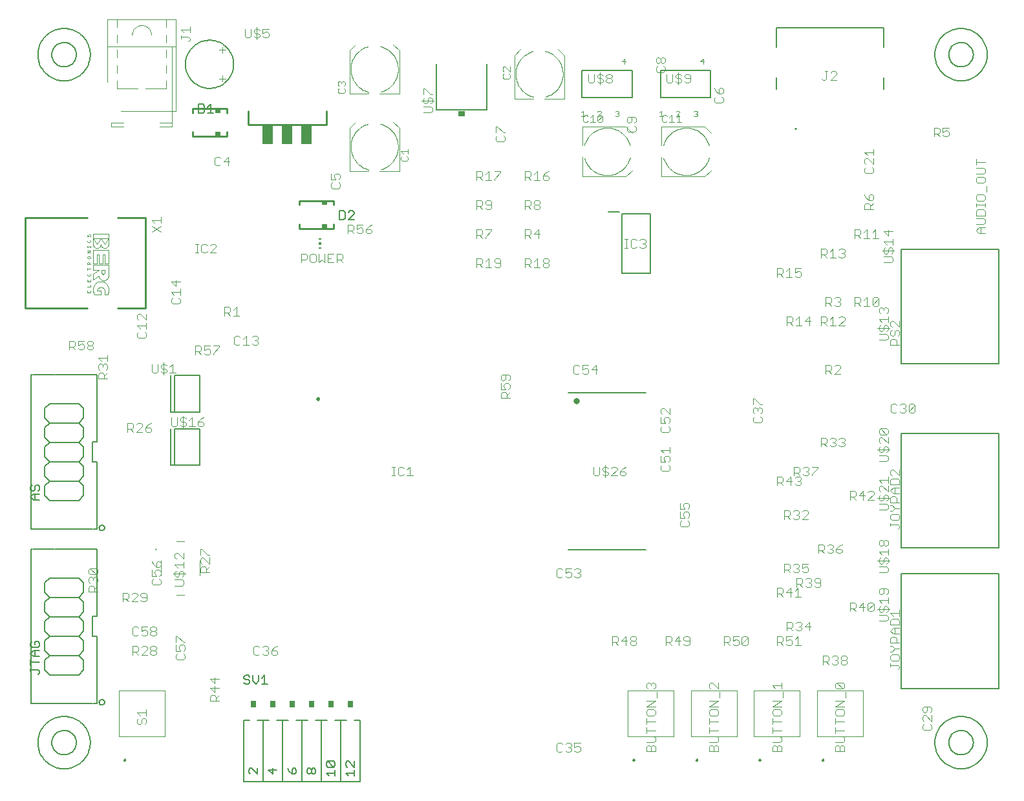
<source format=gto>
G75*
%MOIN*%
%OFA0B0*%
%FSLAX24Y24*%
%IPPOS*%
%LPD*%
%AMOC8*
5,1,8,0,0,1.08239X$1,22.5*
%
%ADD10C,0.0100*%
%ADD11C,0.0020*%
%ADD12C,0.0040*%
%ADD13C,0.0010*%
%ADD14C,0.0039*%
%ADD15C,0.0080*%
%ADD16R,0.0560X0.0980*%
%ADD17C,0.0050*%
%ADD18C,0.0030*%
%ADD19R,0.0295X0.0197*%
%ADD20R,0.0340X0.0300*%
%ADD21C,0.0060*%
%ADD22C,0.0079*%
%ADD23R,0.0118X0.0059*%
%ADD24R,0.0118X0.0118*%
%ADD25C,0.0098*%
%ADD26C,0.0315*%
%ADD27R,0.0260X0.0320*%
D10*
X000150Y024557D02*
X003351Y024557D01*
X004900Y024557D02*
X006351Y024557D01*
X006351Y029203D01*
X004900Y029203D01*
X003351Y029203D02*
X000150Y029203D01*
X000150Y024557D01*
X014260Y029872D02*
X014261Y029985D01*
X014260Y030098D01*
X014260Y030099D02*
X016032Y030099D01*
X016032Y029872D01*
X016032Y028888D02*
X016032Y028661D01*
X014260Y028661D01*
X014260Y028888D01*
X010532Y033411D02*
X008760Y033411D01*
X008760Y033638D01*
X010532Y033638D02*
X010532Y033411D01*
X011626Y034020D02*
X011626Y034720D01*
X011626Y034020D02*
X015666Y034020D01*
X015666Y034720D01*
X010532Y034622D02*
X010532Y034849D01*
X008760Y034849D01*
X008760Y034848D02*
X008761Y034735D01*
X008760Y034622D01*
D11*
X004433Y028390D02*
X003646Y028390D01*
X003646Y028144D01*
X003646Y027849D01*
X003648Y027822D01*
X003653Y027796D01*
X003662Y027771D01*
X003675Y027747D01*
X003690Y027725D01*
X003709Y027705D01*
X003729Y027688D01*
X003752Y027674D01*
X003777Y027663D01*
X003803Y027656D01*
X003830Y027652D01*
X003856Y027652D01*
X003883Y027656D01*
X003909Y027663D01*
X003934Y027674D01*
X003957Y027688D01*
X003977Y027705D01*
X003996Y027725D01*
X004011Y027747D01*
X004024Y027771D01*
X004033Y027796D01*
X004038Y027822D01*
X004040Y027849D01*
X004237Y027849D02*
X004040Y028144D01*
X003843Y027849D01*
X003646Y028144D01*
X004040Y028144D01*
X004433Y028144D01*
X004433Y027849D01*
X004434Y027849D02*
X004432Y027822D01*
X004427Y027796D01*
X004418Y027771D01*
X004405Y027747D01*
X004390Y027725D01*
X004371Y027705D01*
X004351Y027688D01*
X004328Y027674D01*
X004303Y027663D01*
X004277Y027656D01*
X004250Y027652D01*
X004224Y027652D01*
X004197Y027656D01*
X004171Y027663D01*
X004146Y027674D01*
X004123Y027688D01*
X004103Y027705D01*
X004084Y027725D01*
X004069Y027747D01*
X004056Y027771D01*
X004047Y027796D01*
X004042Y027822D01*
X004040Y027849D01*
X004237Y027849D02*
X004433Y028144D01*
X004433Y028390D01*
X004433Y027553D02*
X003646Y027553D01*
X003646Y026864D01*
X003843Y026864D01*
X003843Y027307D01*
X003941Y027307D01*
X003941Y026864D01*
X004138Y026864D01*
X004138Y027307D01*
X004237Y027307D01*
X004237Y026864D01*
X004433Y026864D01*
X004433Y027553D01*
X004433Y026766D02*
X003646Y026766D01*
X003646Y026520D01*
X003941Y026520D01*
X003646Y026323D01*
X003646Y026028D01*
X003941Y026224D01*
X004089Y026372D02*
X004089Y026520D01*
X004237Y026520D01*
X004237Y026372D01*
X004235Y026357D01*
X004231Y026342D01*
X004223Y026329D01*
X004213Y026317D01*
X004200Y026308D01*
X004186Y026302D01*
X004171Y026298D01*
X004155Y026298D01*
X004140Y026302D01*
X004126Y026308D01*
X004113Y026317D01*
X004103Y026329D01*
X004095Y026342D01*
X004091Y026357D01*
X004089Y026372D01*
X003941Y026224D02*
X003943Y026194D01*
X003948Y026165D01*
X003957Y026137D01*
X003969Y026110D01*
X003985Y026084D01*
X004003Y026061D01*
X004024Y026040D01*
X004047Y026022D01*
X004073Y026006D01*
X004100Y025994D01*
X004128Y025985D01*
X004157Y025980D01*
X004187Y025978D01*
X004217Y025980D01*
X004246Y025985D01*
X004274Y025994D01*
X004301Y026006D01*
X004327Y026022D01*
X004350Y026040D01*
X004371Y026061D01*
X004389Y026084D01*
X004405Y026110D01*
X004417Y026137D01*
X004426Y026165D01*
X004431Y026194D01*
X004433Y026224D01*
X004433Y026766D01*
X003646Y025536D02*
X003648Y025476D01*
X003654Y025416D01*
X003664Y025357D01*
X003678Y025298D01*
X003695Y025241D01*
X003695Y025240D02*
X004040Y025240D01*
X004040Y025437D01*
X004237Y025437D02*
X004235Y025464D01*
X004230Y025490D01*
X004221Y025515D01*
X004208Y025539D01*
X004193Y025561D01*
X004174Y025581D01*
X004154Y025598D01*
X004131Y025612D01*
X004106Y025623D01*
X004080Y025630D01*
X004053Y025634D01*
X004027Y025634D01*
X004000Y025630D01*
X003974Y025623D01*
X003949Y025612D01*
X003926Y025598D01*
X003906Y025581D01*
X003887Y025561D01*
X003872Y025539D01*
X003859Y025515D01*
X003850Y025490D01*
X003845Y025464D01*
X003843Y025437D01*
X004040Y025437D01*
X004434Y025536D02*
X004432Y025575D01*
X004426Y025613D01*
X004417Y025650D01*
X004404Y025687D01*
X004387Y025722D01*
X004368Y025755D01*
X004345Y025786D01*
X004319Y025815D01*
X004290Y025841D01*
X004259Y025864D01*
X004226Y025883D01*
X004191Y025900D01*
X004154Y025913D01*
X004117Y025922D01*
X004079Y025928D01*
X004040Y025930D01*
X004001Y025928D01*
X003963Y025922D01*
X003926Y025913D01*
X003889Y025900D01*
X003854Y025883D01*
X003821Y025864D01*
X003790Y025841D01*
X003761Y025815D01*
X003735Y025786D01*
X003712Y025755D01*
X003693Y025722D01*
X003676Y025687D01*
X003663Y025650D01*
X003654Y025613D01*
X003648Y025575D01*
X003646Y025536D01*
X004236Y025437D02*
X004241Y025388D01*
X004243Y025339D01*
X004241Y025290D01*
X004236Y025241D01*
X004237Y025242D02*
X004412Y025242D01*
X004412Y025236D02*
X004423Y025310D01*
X004430Y025385D01*
X004434Y025460D01*
X004433Y025535D01*
D12*
X005916Y024170D02*
X005916Y024016D01*
X005992Y023940D01*
X005916Y024170D02*
X005992Y024247D01*
X006069Y024247D01*
X006376Y023940D01*
X006376Y024247D01*
X006376Y023786D02*
X006376Y023479D01*
X006376Y023633D02*
X005916Y023633D01*
X006069Y023479D01*
X005992Y023326D02*
X005916Y023249D01*
X005916Y023096D01*
X005992Y023019D01*
X006299Y023019D01*
X006376Y023096D01*
X006376Y023249D01*
X006299Y023326D01*
X006666Y021660D02*
X006666Y021277D01*
X006743Y021200D01*
X006896Y021200D01*
X006973Y021277D01*
X006973Y021660D01*
X007126Y021584D02*
X007203Y021660D01*
X007357Y021660D01*
X007433Y021584D01*
X007357Y021430D02*
X007203Y021430D01*
X007126Y021507D01*
X007126Y021584D01*
X007280Y021737D02*
X007280Y021123D01*
X007357Y021200D02*
X007433Y021277D01*
X007433Y021353D01*
X007357Y021430D01*
X007357Y021200D02*
X007203Y021200D01*
X007126Y021277D01*
X007587Y021200D02*
X007894Y021200D01*
X007740Y021200D02*
X007740Y021660D01*
X007587Y021507D01*
X008916Y022150D02*
X008916Y022610D01*
X009146Y022610D01*
X009223Y022534D01*
X009223Y022380D01*
X009146Y022303D01*
X008916Y022303D01*
X009070Y022303D02*
X009223Y022150D01*
X009376Y022227D02*
X009453Y022150D01*
X009607Y022150D01*
X009683Y022227D01*
X009683Y022380D01*
X009607Y022457D01*
X009530Y022457D01*
X009376Y022380D01*
X009376Y022610D01*
X009683Y022610D01*
X009837Y022610D02*
X010144Y022610D01*
X010144Y022534D01*
X009837Y022227D01*
X009837Y022150D01*
X010916Y022727D02*
X010993Y022650D01*
X011146Y022650D01*
X011223Y022727D01*
X011376Y022650D02*
X011683Y022650D01*
X011530Y022650D02*
X011530Y023110D01*
X011376Y022957D01*
X011223Y023034D02*
X011146Y023110D01*
X010993Y023110D01*
X010916Y023034D01*
X010916Y022727D01*
X011837Y022727D02*
X011914Y022650D01*
X012067Y022650D01*
X012144Y022727D01*
X012144Y022803D01*
X012067Y022880D01*
X011990Y022880D01*
X012067Y022880D02*
X012144Y022957D01*
X012144Y023034D01*
X012067Y023110D01*
X011914Y023110D01*
X011837Y023034D01*
X011183Y024150D02*
X010876Y024150D01*
X010723Y024150D02*
X010570Y024303D01*
X010646Y024303D02*
X010416Y024303D01*
X010416Y024150D02*
X010416Y024610D01*
X010646Y024610D01*
X010723Y024534D01*
X010723Y024380D01*
X010646Y024303D01*
X010876Y024457D02*
X011030Y024610D01*
X011030Y024150D01*
X008126Y024846D02*
X008126Y024999D01*
X008049Y025076D01*
X008126Y025229D02*
X008126Y025536D01*
X008126Y025383D02*
X007666Y025383D01*
X007819Y025229D01*
X007742Y025076D02*
X007666Y024999D01*
X007666Y024846D01*
X007742Y024769D01*
X008049Y024769D01*
X008126Y024846D01*
X007896Y025690D02*
X007896Y025997D01*
X008126Y025920D02*
X007666Y025920D01*
X007896Y025690D01*
X008916Y027400D02*
X009070Y027400D01*
X008993Y027400D02*
X008993Y027860D01*
X008916Y027860D02*
X009070Y027860D01*
X009223Y027784D02*
X009223Y027477D01*
X009300Y027400D01*
X009453Y027400D01*
X009530Y027477D01*
X009683Y027400D02*
X009990Y027707D01*
X009990Y027784D01*
X009914Y027860D01*
X009760Y027860D01*
X009683Y027784D01*
X009530Y027784D02*
X009453Y027860D01*
X009300Y027860D01*
X009223Y027784D01*
X009683Y027400D02*
X009990Y027400D01*
X007126Y028479D02*
X006666Y028786D01*
X006819Y028940D02*
X006666Y029093D01*
X007126Y029093D01*
X007126Y028940D02*
X007126Y029247D01*
X007126Y028786D02*
X006666Y028479D01*
X009993Y031900D02*
X010146Y031900D01*
X010223Y031977D01*
X010376Y032130D02*
X010683Y032130D01*
X010607Y031900D02*
X010607Y032360D01*
X010376Y032130D01*
X010223Y032284D02*
X010146Y032360D01*
X009993Y032360D01*
X009916Y032284D01*
X009916Y031977D01*
X009993Y031900D01*
X010312Y036242D02*
X010312Y036549D01*
X010465Y036396D02*
X010158Y036396D01*
X010312Y037719D02*
X010312Y038026D01*
X010158Y037872D02*
X010465Y037872D01*
X011466Y038577D02*
X011543Y038500D01*
X011696Y038500D01*
X011773Y038577D01*
X011773Y038960D01*
X011926Y038884D02*
X012003Y038960D01*
X012157Y038960D01*
X012233Y038884D01*
X012157Y038730D02*
X012003Y038730D01*
X011926Y038807D01*
X011926Y038884D01*
X012080Y039037D02*
X012080Y038423D01*
X012157Y038500D02*
X012233Y038577D01*
X012233Y038653D01*
X012157Y038730D01*
X012387Y038730D02*
X012387Y038960D01*
X012694Y038960D01*
X012617Y038807D02*
X012694Y038730D01*
X012694Y038577D01*
X012617Y038500D01*
X012464Y038500D01*
X012387Y038577D01*
X012387Y038730D02*
X012540Y038807D01*
X012617Y038807D01*
X012157Y038500D02*
X012003Y038500D01*
X011926Y038577D01*
X011466Y038577D02*
X011466Y038960D01*
X008626Y038922D02*
X008166Y038922D01*
X008319Y038768D01*
X008166Y038615D02*
X008166Y038461D01*
X008166Y038538D02*
X008549Y038538D01*
X008626Y038461D01*
X008626Y038385D01*
X008549Y038308D01*
X008626Y038768D02*
X008626Y039075D01*
X016867Y037845D02*
X016867Y035600D01*
X017831Y035600D01*
X018422Y035600D02*
X019426Y035600D01*
X019426Y037845D01*
X019111Y038160D01*
X018451Y038061D02*
X018517Y038042D01*
X018583Y038019D01*
X018647Y037992D01*
X018709Y037962D01*
X018770Y037928D01*
X018828Y037892D01*
X018884Y037851D01*
X018938Y037808D01*
X018990Y037762D01*
X019038Y037712D01*
X019084Y037660D01*
X019127Y037606D01*
X019166Y037549D01*
X019203Y037490D01*
X019236Y037429D01*
X019265Y037367D01*
X019291Y037303D01*
X019313Y037237D01*
X019331Y037170D01*
X019346Y037103D01*
X019356Y037034D01*
X019363Y036965D01*
X019366Y036896D01*
X019365Y036827D01*
X019360Y036758D01*
X019351Y036689D01*
X019338Y036621D01*
X019321Y036554D01*
X019301Y036488D01*
X019277Y036423D01*
X019249Y036360D01*
X019218Y036298D01*
X019183Y036239D01*
X019145Y036181D01*
X019103Y036125D01*
X019059Y036072D01*
X019011Y036022D01*
X018961Y035974D01*
X018908Y035930D01*
X018853Y035888D01*
X018796Y035849D01*
X018736Y035814D01*
X018674Y035783D01*
X018611Y035755D01*
X018547Y035730D01*
X018481Y035709D01*
X017841Y035699D02*
X017775Y035718D01*
X017709Y035741D01*
X017645Y035768D01*
X017583Y035798D01*
X017522Y035832D01*
X017464Y035868D01*
X017408Y035909D01*
X017354Y035952D01*
X017302Y035998D01*
X017254Y036048D01*
X017208Y036100D01*
X017165Y036154D01*
X017126Y036211D01*
X017089Y036270D01*
X017056Y036331D01*
X017027Y036393D01*
X017001Y036457D01*
X016979Y036523D01*
X016961Y036590D01*
X016946Y036657D01*
X016936Y036726D01*
X016929Y036795D01*
X016926Y036864D01*
X016927Y036933D01*
X016932Y037002D01*
X016941Y037071D01*
X016954Y037139D01*
X016971Y037206D01*
X016991Y037272D01*
X017015Y037337D01*
X017043Y037400D01*
X017074Y037462D01*
X017109Y037521D01*
X017147Y037579D01*
X017189Y037635D01*
X017233Y037688D01*
X017281Y037738D01*
X017331Y037786D01*
X017384Y037830D01*
X017439Y037872D01*
X017496Y037911D01*
X017556Y037946D01*
X017618Y037977D01*
X017681Y038005D01*
X017745Y038030D01*
X017811Y038051D01*
X017181Y038160D02*
X016867Y037845D01*
X020666Y035878D02*
X020666Y035571D01*
X020742Y035417D02*
X020666Y035341D01*
X020666Y035187D01*
X020742Y035110D01*
X020819Y035110D01*
X020896Y035187D01*
X020896Y035341D01*
X020973Y035417D01*
X021049Y035417D01*
X021126Y035341D01*
X021126Y035187D01*
X021049Y035110D01*
X021049Y034957D02*
X020666Y034957D01*
X020666Y034650D02*
X021049Y034650D01*
X021126Y034727D01*
X021126Y034880D01*
X021049Y034957D01*
X021203Y035264D02*
X020589Y035264D01*
X021049Y035571D02*
X020742Y035878D01*
X020666Y035878D01*
X021049Y035571D02*
X021126Y035571D01*
X019426Y033845D02*
X019426Y031600D01*
X018422Y031600D01*
X017831Y031600D02*
X016867Y031600D01*
X016867Y033845D01*
X017181Y034160D01*
X017811Y034051D02*
X017745Y034030D01*
X017681Y034005D01*
X017618Y033977D01*
X017556Y033946D01*
X017496Y033911D01*
X017439Y033872D01*
X017384Y033830D01*
X017331Y033786D01*
X017281Y033738D01*
X017233Y033688D01*
X017189Y033635D01*
X017147Y033579D01*
X017109Y033521D01*
X017074Y033462D01*
X017043Y033400D01*
X017015Y033337D01*
X016991Y033272D01*
X016971Y033206D01*
X016954Y033139D01*
X016941Y033071D01*
X016932Y033002D01*
X016927Y032933D01*
X016926Y032864D01*
X016929Y032795D01*
X016936Y032726D01*
X016946Y032657D01*
X016961Y032590D01*
X016979Y032523D01*
X017001Y032457D01*
X017027Y032393D01*
X017056Y032331D01*
X017089Y032270D01*
X017126Y032211D01*
X017165Y032154D01*
X017208Y032100D01*
X017254Y032048D01*
X017302Y031998D01*
X017354Y031952D01*
X017408Y031909D01*
X017464Y031868D01*
X017522Y031832D01*
X017583Y031798D01*
X017645Y031768D01*
X017709Y031741D01*
X017775Y031718D01*
X017841Y031699D01*
X018481Y031709D02*
X018547Y031730D01*
X018611Y031755D01*
X018674Y031783D01*
X018736Y031814D01*
X018796Y031849D01*
X018853Y031888D01*
X018908Y031930D01*
X018961Y031974D01*
X019011Y032022D01*
X019059Y032072D01*
X019103Y032125D01*
X019145Y032181D01*
X019183Y032239D01*
X019218Y032298D01*
X019249Y032360D01*
X019277Y032423D01*
X019301Y032488D01*
X019321Y032554D01*
X019338Y032621D01*
X019351Y032689D01*
X019360Y032758D01*
X019365Y032827D01*
X019366Y032896D01*
X019363Y032965D01*
X019356Y033034D01*
X019346Y033103D01*
X019331Y033170D01*
X019313Y033237D01*
X019291Y033303D01*
X019265Y033367D01*
X019236Y033429D01*
X019203Y033490D01*
X019166Y033549D01*
X019127Y033606D01*
X019084Y033660D01*
X019038Y033712D01*
X018990Y033762D01*
X018938Y033808D01*
X018884Y033851D01*
X018828Y033892D01*
X018770Y033928D01*
X018709Y033962D01*
X018647Y033992D01*
X018583Y034019D01*
X018517Y034042D01*
X018451Y034061D01*
X019111Y034160D02*
X019426Y033845D01*
X016376Y031420D02*
X016376Y031266D01*
X016299Y031190D01*
X016146Y031190D02*
X016069Y031343D01*
X016069Y031420D01*
X016146Y031497D01*
X016299Y031497D01*
X016376Y031420D01*
X016146Y031190D02*
X015916Y031190D01*
X015916Y031497D01*
X015992Y031036D02*
X015916Y030959D01*
X015916Y030806D01*
X015992Y030729D01*
X016299Y030729D01*
X016376Y030806D01*
X016376Y030959D01*
X016299Y031036D01*
X016785Y028860D02*
X017015Y028860D01*
X017092Y028784D01*
X017092Y028630D01*
X017015Y028553D01*
X016785Y028553D01*
X016785Y028400D02*
X016785Y028860D01*
X016938Y028553D02*
X017092Y028400D01*
X017245Y028477D02*
X017322Y028400D01*
X017475Y028400D01*
X017552Y028477D01*
X017552Y028630D01*
X017475Y028707D01*
X017399Y028707D01*
X017245Y028630D01*
X017245Y028860D01*
X017552Y028860D01*
X017706Y028630D02*
X017936Y028630D01*
X018013Y028553D01*
X018013Y028477D01*
X017936Y028400D01*
X017782Y028400D01*
X017706Y028477D01*
X017706Y028630D01*
X017859Y028784D01*
X018013Y028860D01*
X016513Y027284D02*
X016436Y027360D01*
X016206Y027360D01*
X016206Y026900D01*
X016206Y027053D02*
X016436Y027053D01*
X016513Y027130D01*
X016513Y027284D01*
X016359Y027053D02*
X016513Y026900D01*
X016052Y026900D02*
X015745Y026900D01*
X015745Y027360D01*
X016052Y027360D01*
X015899Y027130D02*
X015745Y027130D01*
X015592Y026900D02*
X015438Y027053D01*
X015285Y026900D01*
X015285Y027360D01*
X015131Y027284D02*
X015055Y027360D01*
X014901Y027360D01*
X014824Y027284D01*
X014824Y026977D01*
X014901Y026900D01*
X015055Y026900D01*
X015131Y026977D01*
X015131Y027284D01*
X014671Y027284D02*
X014594Y027360D01*
X014364Y027360D01*
X014364Y026900D01*
X014364Y027053D02*
X014594Y027053D01*
X014671Y027130D01*
X014671Y027284D01*
X015592Y027360D02*
X015592Y026900D01*
X023416Y026803D02*
X023646Y026803D01*
X023723Y026880D01*
X023723Y027034D01*
X023646Y027110D01*
X023416Y027110D01*
X023416Y026650D01*
X023570Y026803D02*
X023723Y026650D01*
X023876Y026650D02*
X024183Y026650D01*
X024030Y026650D02*
X024030Y027110D01*
X023876Y026957D01*
X024337Y026957D02*
X024414Y026880D01*
X024644Y026880D01*
X024644Y026727D02*
X024644Y027034D01*
X024567Y027110D01*
X024414Y027110D01*
X024337Y027034D01*
X024337Y026957D01*
X024337Y026727D02*
X024414Y026650D01*
X024567Y026650D01*
X024644Y026727D01*
X025916Y026803D02*
X026146Y026803D01*
X026223Y026880D01*
X026223Y027034D01*
X026146Y027110D01*
X025916Y027110D01*
X025916Y026650D01*
X026070Y026803D02*
X026223Y026650D01*
X026376Y026650D02*
X026683Y026650D01*
X026530Y026650D02*
X026530Y027110D01*
X026376Y026957D01*
X026837Y026957D02*
X026914Y026880D01*
X027067Y026880D01*
X027144Y026803D01*
X027144Y026727D01*
X027067Y026650D01*
X026914Y026650D01*
X026837Y026727D01*
X026837Y026803D01*
X026914Y026880D01*
X026837Y026957D02*
X026837Y027034D01*
X026914Y027110D01*
X027067Y027110D01*
X027144Y027034D01*
X027144Y026957D01*
X027067Y026880D01*
X026607Y028150D02*
X026607Y028610D01*
X026376Y028380D01*
X026683Y028380D01*
X026223Y028380D02*
X026223Y028534D01*
X026146Y028610D01*
X025916Y028610D01*
X025916Y028150D01*
X025916Y028303D02*
X026146Y028303D01*
X026223Y028380D01*
X026070Y028303D02*
X026223Y028150D01*
X026223Y029650D02*
X026070Y029803D01*
X026146Y029803D02*
X025916Y029803D01*
X025916Y029650D02*
X025916Y030110D01*
X026146Y030110D01*
X026223Y030034D01*
X026223Y029880D01*
X026146Y029803D01*
X026376Y029803D02*
X026453Y029880D01*
X026607Y029880D01*
X026683Y029803D01*
X026683Y029727D01*
X026607Y029650D01*
X026453Y029650D01*
X026376Y029727D01*
X026376Y029803D01*
X026453Y029880D02*
X026376Y029957D01*
X026376Y030034D01*
X026453Y030110D01*
X026607Y030110D01*
X026683Y030034D01*
X026683Y029957D01*
X026607Y029880D01*
X026683Y031150D02*
X026376Y031150D01*
X026223Y031150D02*
X026070Y031303D01*
X026146Y031303D02*
X025916Y031303D01*
X025916Y031150D02*
X025916Y031610D01*
X026146Y031610D01*
X026223Y031534D01*
X026223Y031380D01*
X026146Y031303D01*
X026376Y031457D02*
X026530Y031610D01*
X026530Y031150D01*
X026837Y031227D02*
X026914Y031150D01*
X027067Y031150D01*
X027144Y031227D01*
X027144Y031303D01*
X027067Y031380D01*
X026837Y031380D01*
X026837Y031227D01*
X026837Y031380D02*
X026990Y031534D01*
X027144Y031610D01*
X028867Y031350D02*
X028867Y032354D01*
X028867Y032945D02*
X028867Y033910D01*
X031111Y033910D01*
X031426Y033595D01*
X031549Y033650D02*
X031626Y033727D01*
X031626Y033880D01*
X031549Y033957D01*
X031549Y034110D02*
X031626Y034187D01*
X031626Y034341D01*
X031549Y034417D01*
X031242Y034417D01*
X031166Y034341D01*
X031166Y034187D01*
X031242Y034110D01*
X031319Y034110D01*
X031396Y034187D01*
X031396Y034417D01*
X031242Y033957D02*
X031166Y033880D01*
X031166Y033727D01*
X031242Y033650D01*
X031549Y033650D01*
X030708Y034450D02*
X030615Y034450D01*
X030568Y034497D01*
X030661Y034590D02*
X030708Y034590D01*
X030755Y034543D01*
X030755Y034497D01*
X030708Y034450D01*
X030708Y034590D02*
X030755Y034637D01*
X030755Y034684D01*
X030708Y034730D01*
X030615Y034730D01*
X030568Y034684D01*
X029845Y034680D02*
X029798Y034727D01*
X029705Y034727D01*
X029658Y034680D01*
X029845Y034680D02*
X029845Y034633D01*
X029658Y034446D01*
X029845Y034446D01*
X028994Y034450D02*
X028807Y034450D01*
X028900Y034450D02*
X028900Y034730D01*
X028807Y034637D01*
X027926Y035350D02*
X026922Y035350D01*
X026331Y035350D02*
X025367Y035350D01*
X025367Y037595D01*
X025681Y037910D01*
X026311Y037801D02*
X026245Y037780D01*
X026181Y037755D01*
X026118Y037727D01*
X026056Y037696D01*
X025996Y037661D01*
X025939Y037622D01*
X025884Y037580D01*
X025831Y037536D01*
X025781Y037488D01*
X025733Y037438D01*
X025689Y037385D01*
X025647Y037329D01*
X025609Y037271D01*
X025574Y037212D01*
X025543Y037150D01*
X025515Y037087D01*
X025491Y037022D01*
X025471Y036956D01*
X025454Y036889D01*
X025441Y036821D01*
X025432Y036752D01*
X025427Y036683D01*
X025426Y036614D01*
X025429Y036545D01*
X025436Y036476D01*
X025446Y036407D01*
X025461Y036340D01*
X025479Y036273D01*
X025501Y036207D01*
X025527Y036143D01*
X025556Y036081D01*
X025589Y036020D01*
X025626Y035961D01*
X025665Y035904D01*
X025708Y035850D01*
X025754Y035798D01*
X025802Y035748D01*
X025854Y035702D01*
X025908Y035659D01*
X025964Y035618D01*
X026022Y035582D01*
X026083Y035548D01*
X026145Y035518D01*
X026209Y035491D01*
X026275Y035468D01*
X026341Y035449D01*
X026981Y035459D02*
X027047Y035480D01*
X027111Y035505D01*
X027174Y035533D01*
X027236Y035564D01*
X027296Y035599D01*
X027353Y035638D01*
X027408Y035680D01*
X027461Y035724D01*
X027511Y035772D01*
X027559Y035822D01*
X027603Y035875D01*
X027645Y035931D01*
X027683Y035989D01*
X027718Y036048D01*
X027749Y036110D01*
X027777Y036173D01*
X027801Y036238D01*
X027821Y036304D01*
X027838Y036371D01*
X027851Y036439D01*
X027860Y036508D01*
X027865Y036577D01*
X027866Y036646D01*
X027863Y036715D01*
X027856Y036784D01*
X027846Y036853D01*
X027831Y036920D01*
X027813Y036987D01*
X027791Y037053D01*
X027765Y037117D01*
X027736Y037179D01*
X027703Y037240D01*
X027666Y037299D01*
X027627Y037356D01*
X027584Y037410D01*
X027538Y037462D01*
X027490Y037512D01*
X027438Y037558D01*
X027384Y037601D01*
X027328Y037642D01*
X027270Y037678D01*
X027209Y037712D01*
X027147Y037742D01*
X027083Y037769D01*
X027017Y037792D01*
X026951Y037811D01*
X027611Y037910D02*
X027926Y037595D01*
X027926Y035350D01*
X029166Y036247D02*
X029166Y036630D01*
X029473Y036630D02*
X029473Y036247D01*
X029396Y036170D01*
X029243Y036170D01*
X029166Y036247D01*
X029626Y036247D02*
X029703Y036170D01*
X029857Y036170D01*
X029933Y036247D01*
X029933Y036323D01*
X029857Y036400D01*
X029703Y036400D01*
X029626Y036477D01*
X029626Y036554D01*
X029703Y036630D01*
X029857Y036630D01*
X029933Y036554D01*
X030087Y036554D02*
X030087Y036477D01*
X030164Y036400D01*
X030317Y036400D01*
X030394Y036323D01*
X030394Y036247D01*
X030317Y036170D01*
X030164Y036170D01*
X030087Y036247D01*
X030087Y036323D01*
X030164Y036400D01*
X030317Y036400D02*
X030394Y036477D01*
X030394Y036554D01*
X030317Y036630D01*
X030164Y036630D01*
X030087Y036554D01*
X029780Y036707D02*
X029780Y036093D01*
X030916Y037290D02*
X031103Y037290D01*
X031056Y037150D02*
X031056Y037430D01*
X030916Y037290D01*
X032666Y037266D02*
X032742Y037190D01*
X032819Y037190D01*
X032896Y037266D01*
X032896Y037420D01*
X032973Y037497D01*
X033049Y037497D01*
X033126Y037420D01*
X033126Y037266D01*
X033049Y037190D01*
X032973Y037190D01*
X032896Y037266D01*
X032896Y037420D02*
X032819Y037497D01*
X032742Y037497D01*
X032666Y037420D01*
X032666Y037266D01*
X032742Y037036D02*
X032666Y036959D01*
X032666Y036806D01*
X032742Y036729D01*
X033049Y036729D01*
X033126Y036806D01*
X033126Y036959D01*
X033049Y037036D01*
X033205Y036630D02*
X033205Y036247D01*
X033282Y036170D01*
X033436Y036170D01*
X033512Y036247D01*
X033512Y036630D01*
X033666Y036554D02*
X033743Y036630D01*
X033896Y036630D01*
X033973Y036554D01*
X034126Y036554D02*
X034126Y036477D01*
X034203Y036400D01*
X034433Y036400D01*
X034433Y036247D02*
X034433Y036554D01*
X034356Y036630D01*
X034203Y036630D01*
X034126Y036554D01*
X033896Y036400D02*
X033743Y036400D01*
X033666Y036477D01*
X033666Y036554D01*
X033819Y036707D02*
X033819Y036093D01*
X033743Y036170D02*
X033896Y036170D01*
X033973Y036247D01*
X033973Y036323D01*
X033896Y036400D01*
X033666Y036247D02*
X033743Y036170D01*
X034126Y036247D02*
X034203Y036170D01*
X034356Y036170D01*
X034433Y036247D01*
X035096Y037150D02*
X035096Y037430D01*
X034955Y037290D01*
X035142Y037290D01*
X035666Y035917D02*
X035742Y035764D01*
X035896Y035610D01*
X035896Y035841D01*
X035973Y035917D01*
X036049Y035917D01*
X036126Y035841D01*
X036126Y035687D01*
X036049Y035610D01*
X035896Y035610D01*
X036049Y035457D02*
X036126Y035380D01*
X036126Y035227D01*
X036049Y035150D01*
X035742Y035150D01*
X035666Y035227D01*
X035666Y035380D01*
X035742Y035457D01*
X034794Y034684D02*
X034794Y034637D01*
X034747Y034590D01*
X034794Y034543D01*
X034794Y034497D01*
X034747Y034450D01*
X034654Y034450D01*
X034607Y034497D01*
X034701Y034590D02*
X034747Y034590D01*
X034794Y034684D02*
X034747Y034730D01*
X034654Y034730D01*
X034607Y034684D01*
X033884Y034680D02*
X033837Y034727D01*
X033744Y034727D01*
X033697Y034680D01*
X033884Y034680D02*
X033884Y034633D01*
X033697Y034446D01*
X033884Y034446D01*
X033033Y034450D02*
X032846Y034450D01*
X032940Y034450D02*
X032940Y034730D01*
X032846Y034637D01*
X032945Y033910D02*
X035189Y033910D01*
X035504Y033595D01*
X035396Y032965D02*
X035375Y033031D01*
X035350Y033095D01*
X035322Y033158D01*
X035291Y033220D01*
X035256Y033280D01*
X035217Y033337D01*
X035175Y033392D01*
X035131Y033445D01*
X035083Y033495D01*
X035033Y033543D01*
X034980Y033587D01*
X034924Y033629D01*
X034866Y033667D01*
X034807Y033702D01*
X034745Y033733D01*
X034682Y033761D01*
X034617Y033785D01*
X034551Y033805D01*
X034484Y033822D01*
X034416Y033835D01*
X034347Y033844D01*
X034278Y033849D01*
X034209Y033850D01*
X034140Y033847D01*
X034071Y033840D01*
X034002Y033830D01*
X033935Y033815D01*
X033868Y033797D01*
X033802Y033775D01*
X033738Y033749D01*
X033676Y033720D01*
X033615Y033687D01*
X033556Y033650D01*
X033499Y033611D01*
X033445Y033568D01*
X033393Y033522D01*
X033343Y033474D01*
X033297Y033422D01*
X033254Y033368D01*
X033213Y033312D01*
X033177Y033254D01*
X033143Y033193D01*
X033113Y033131D01*
X033086Y033067D01*
X033063Y033001D01*
X033044Y032935D01*
X032945Y032945D02*
X032945Y033910D01*
X033054Y032295D02*
X033075Y032229D01*
X033100Y032165D01*
X033128Y032102D01*
X033159Y032040D01*
X033194Y031980D01*
X033233Y031923D01*
X033275Y031868D01*
X033319Y031815D01*
X033367Y031765D01*
X033417Y031717D01*
X033470Y031673D01*
X033526Y031631D01*
X033584Y031593D01*
X033643Y031558D01*
X033705Y031527D01*
X033768Y031499D01*
X033833Y031475D01*
X033899Y031455D01*
X033966Y031438D01*
X034034Y031425D01*
X034103Y031416D01*
X034172Y031411D01*
X034241Y031410D01*
X034310Y031413D01*
X034379Y031420D01*
X034448Y031430D01*
X034515Y031445D01*
X034582Y031463D01*
X034648Y031485D01*
X034712Y031511D01*
X034774Y031540D01*
X034835Y031573D01*
X034894Y031610D01*
X034951Y031649D01*
X035005Y031692D01*
X035057Y031738D01*
X035107Y031786D01*
X035153Y031838D01*
X035196Y031892D01*
X035237Y031948D01*
X035273Y032006D01*
X035307Y032067D01*
X035337Y032129D01*
X035364Y032193D01*
X035387Y032259D01*
X035406Y032325D01*
X035504Y031665D02*
X035189Y031350D01*
X032945Y031350D01*
X032945Y032354D01*
X031426Y031665D02*
X031111Y031350D01*
X028867Y031350D01*
X028975Y032295D02*
X028996Y032229D01*
X029021Y032165D01*
X029049Y032102D01*
X029080Y032040D01*
X029115Y031980D01*
X029154Y031923D01*
X029196Y031868D01*
X029240Y031815D01*
X029288Y031765D01*
X029338Y031717D01*
X029391Y031673D01*
X029447Y031631D01*
X029505Y031593D01*
X029564Y031558D01*
X029626Y031527D01*
X029689Y031499D01*
X029754Y031475D01*
X029820Y031455D01*
X029887Y031438D01*
X029955Y031425D01*
X030024Y031416D01*
X030093Y031411D01*
X030162Y031410D01*
X030231Y031413D01*
X030300Y031420D01*
X030369Y031430D01*
X030436Y031445D01*
X030503Y031463D01*
X030569Y031485D01*
X030633Y031511D01*
X030695Y031540D01*
X030756Y031573D01*
X030815Y031610D01*
X030872Y031649D01*
X030926Y031692D01*
X030978Y031738D01*
X031028Y031786D01*
X031074Y031838D01*
X031117Y031892D01*
X031158Y031948D01*
X031194Y032006D01*
X031228Y032067D01*
X031258Y032129D01*
X031285Y032193D01*
X031308Y032259D01*
X031327Y032325D01*
X031317Y032965D02*
X031296Y033031D01*
X031271Y033095D01*
X031243Y033158D01*
X031212Y033220D01*
X031177Y033280D01*
X031138Y033337D01*
X031096Y033392D01*
X031052Y033445D01*
X031004Y033495D01*
X030954Y033543D01*
X030901Y033587D01*
X030845Y033629D01*
X030787Y033667D01*
X030728Y033702D01*
X030666Y033733D01*
X030603Y033761D01*
X030538Y033785D01*
X030472Y033805D01*
X030405Y033822D01*
X030337Y033835D01*
X030268Y033844D01*
X030199Y033849D01*
X030130Y033850D01*
X030061Y033847D01*
X029992Y033840D01*
X029923Y033830D01*
X029856Y033815D01*
X029789Y033797D01*
X029723Y033775D01*
X029659Y033749D01*
X029597Y033720D01*
X029536Y033687D01*
X029477Y033650D01*
X029420Y033611D01*
X029366Y033568D01*
X029314Y033522D01*
X029264Y033474D01*
X029218Y033422D01*
X029175Y033368D01*
X029134Y033312D01*
X029098Y033254D01*
X029064Y033193D01*
X029034Y033131D01*
X029007Y033067D01*
X028984Y033001D01*
X028965Y032935D01*
X024876Y033227D02*
X024876Y033380D01*
X024799Y033457D01*
X024799Y033610D02*
X024876Y033610D01*
X024799Y033610D02*
X024492Y033917D01*
X024416Y033917D01*
X024416Y033610D01*
X024492Y033457D02*
X024416Y033380D01*
X024416Y033227D01*
X024492Y033150D01*
X024799Y033150D01*
X024876Y033227D01*
X024644Y031610D02*
X024337Y031610D01*
X024644Y031610D02*
X024644Y031534D01*
X024337Y031227D01*
X024337Y031150D01*
X024183Y031150D02*
X023876Y031150D01*
X023723Y031150D02*
X023570Y031303D01*
X023646Y031303D02*
X023416Y031303D01*
X023416Y031150D02*
X023416Y031610D01*
X023646Y031610D01*
X023723Y031534D01*
X023723Y031380D01*
X023646Y031303D01*
X023876Y031457D02*
X024030Y031610D01*
X024030Y031150D01*
X024107Y030110D02*
X023953Y030110D01*
X023876Y030034D01*
X023876Y029957D01*
X023953Y029880D01*
X024183Y029880D01*
X024183Y029727D02*
X024183Y030034D01*
X024107Y030110D01*
X024183Y029727D02*
X024107Y029650D01*
X023953Y029650D01*
X023876Y029727D01*
X023723Y029650D02*
X023570Y029803D01*
X023646Y029803D02*
X023416Y029803D01*
X023416Y029650D02*
X023416Y030110D01*
X023646Y030110D01*
X023723Y030034D01*
X023723Y029880D01*
X023646Y029803D01*
X023646Y028610D02*
X023723Y028534D01*
X023723Y028380D01*
X023646Y028303D01*
X023416Y028303D01*
X023416Y028150D02*
X023416Y028610D01*
X023646Y028610D01*
X023876Y028610D02*
X024183Y028610D01*
X024183Y028534D01*
X023876Y028227D01*
X023876Y028150D01*
X023723Y028150D02*
X023570Y028303D01*
X031052Y028110D02*
X031206Y028110D01*
X031129Y028110D02*
X031129Y027650D01*
X031052Y027650D02*
X031206Y027650D01*
X031359Y027727D02*
X031436Y027650D01*
X031589Y027650D01*
X031666Y027727D01*
X031820Y027727D02*
X031896Y027650D01*
X032050Y027650D01*
X032126Y027727D01*
X032126Y027803D01*
X032050Y027880D01*
X031973Y027880D01*
X032050Y027880D02*
X032126Y027957D01*
X032126Y028034D01*
X032050Y028110D01*
X031896Y028110D01*
X031820Y028034D01*
X031666Y028034D02*
X031589Y028110D01*
X031436Y028110D01*
X031359Y028034D01*
X031359Y027727D01*
X038916Y026610D02*
X038916Y026150D01*
X038916Y026303D02*
X039146Y026303D01*
X039223Y026380D01*
X039223Y026534D01*
X039146Y026610D01*
X038916Y026610D01*
X039070Y026303D02*
X039223Y026150D01*
X039376Y026150D02*
X039683Y026150D01*
X039530Y026150D02*
X039530Y026610D01*
X039376Y026457D01*
X039837Y026380D02*
X039837Y026610D01*
X040144Y026610D01*
X040067Y026457D02*
X040144Y026380D01*
X040144Y026227D01*
X040067Y026150D01*
X039914Y026150D01*
X039837Y026227D01*
X039837Y026380D02*
X039990Y026457D01*
X040067Y026457D01*
X041166Y027150D02*
X041166Y027610D01*
X041396Y027610D01*
X041473Y027534D01*
X041473Y027380D01*
X041396Y027303D01*
X041166Y027303D01*
X041320Y027303D02*
X041473Y027150D01*
X041626Y027150D02*
X041933Y027150D01*
X041780Y027150D02*
X041780Y027610D01*
X041626Y027457D01*
X042087Y027534D02*
X042164Y027610D01*
X042317Y027610D01*
X042394Y027534D01*
X042394Y027457D01*
X042317Y027380D01*
X042394Y027303D01*
X042394Y027227D01*
X042317Y027150D01*
X042164Y027150D01*
X042087Y027227D01*
X042240Y027380D02*
X042317Y027380D01*
X042916Y028150D02*
X042916Y028610D01*
X043146Y028610D01*
X043223Y028534D01*
X043223Y028380D01*
X043146Y028303D01*
X042916Y028303D01*
X043070Y028303D02*
X043223Y028150D01*
X043376Y028150D02*
X043683Y028150D01*
X043530Y028150D02*
X043530Y028610D01*
X043376Y028457D01*
X043837Y028457D02*
X043990Y028610D01*
X043990Y028150D01*
X043837Y028150D02*
X044144Y028150D01*
X044416Y027974D02*
X044876Y027974D01*
X044876Y027821D02*
X044876Y028128D01*
X044646Y028281D02*
X044646Y028588D01*
X044876Y028511D02*
X044416Y028511D01*
X044646Y028281D01*
X044416Y027974D02*
X044569Y027821D01*
X044492Y027667D02*
X044416Y027591D01*
X044416Y027437D01*
X044492Y027360D01*
X044569Y027360D01*
X044646Y027437D01*
X044646Y027591D01*
X044723Y027667D01*
X044799Y027667D01*
X044876Y027591D01*
X044876Y027437D01*
X044799Y027360D01*
X044799Y027207D02*
X044416Y027207D01*
X044416Y026900D02*
X044799Y026900D01*
X044876Y026977D01*
X044876Y027130D01*
X044799Y027207D01*
X044953Y027514D02*
X044339Y027514D01*
X043876Y029650D02*
X043416Y029650D01*
X043416Y029880D01*
X043492Y029957D01*
X043646Y029957D01*
X043723Y029880D01*
X043723Y029650D01*
X043723Y029803D02*
X043876Y029957D01*
X043799Y030110D02*
X043646Y030110D01*
X043646Y030341D01*
X043723Y030417D01*
X043799Y030417D01*
X043876Y030341D01*
X043876Y030187D01*
X043799Y030110D01*
X043646Y030110D02*
X043492Y030264D01*
X043416Y030417D01*
X043492Y031519D02*
X043799Y031519D01*
X043876Y031596D01*
X043876Y031749D01*
X043799Y031826D01*
X043876Y031979D02*
X043569Y032286D01*
X043492Y032286D01*
X043416Y032209D01*
X043416Y032056D01*
X043492Y031979D01*
X043492Y031826D02*
X043416Y031749D01*
X043416Y031596D01*
X043492Y031519D01*
X043876Y031979D02*
X043876Y032286D01*
X043876Y032440D02*
X043876Y032747D01*
X043876Y032593D02*
X043416Y032593D01*
X043569Y032440D01*
X046995Y033400D02*
X046995Y033860D01*
X047225Y033860D01*
X047302Y033784D01*
X047302Y033630D01*
X047225Y033553D01*
X046995Y033553D01*
X047149Y033553D02*
X047302Y033400D01*
X047456Y033477D02*
X047532Y033400D01*
X047686Y033400D01*
X047763Y033477D01*
X047763Y033630D01*
X047686Y033707D01*
X047609Y033707D01*
X047456Y033630D01*
X047456Y033860D01*
X047763Y033860D01*
X049166Y032247D02*
X049166Y031940D01*
X049166Y032093D02*
X049626Y032093D01*
X049549Y031786D02*
X049166Y031786D01*
X049166Y031479D02*
X049549Y031479D01*
X049626Y031556D01*
X049626Y031709D01*
X049549Y031786D01*
X049549Y031326D02*
X049242Y031326D01*
X049166Y031249D01*
X049166Y031096D01*
X049242Y031019D01*
X049549Y031019D01*
X049626Y031096D01*
X049626Y031249D01*
X049549Y031326D01*
X049703Y030865D02*
X049703Y030558D01*
X049549Y030405D02*
X049242Y030405D01*
X049166Y030328D01*
X049166Y030175D01*
X049242Y030098D01*
X049549Y030098D01*
X049626Y030175D01*
X049626Y030328D01*
X049549Y030405D01*
X049626Y029945D02*
X049626Y029791D01*
X049626Y029868D02*
X049166Y029868D01*
X049166Y029791D02*
X049166Y029945D01*
X049242Y029638D02*
X049166Y029561D01*
X049166Y029331D01*
X049626Y029331D01*
X049626Y029561D01*
X049549Y029638D01*
X049242Y029638D01*
X049166Y029177D02*
X049549Y029177D01*
X049626Y029101D01*
X049626Y028947D01*
X049549Y028870D01*
X049166Y028870D01*
X049319Y028717D02*
X049626Y028717D01*
X049396Y028717D02*
X049396Y028410D01*
X049319Y028410D02*
X049626Y028410D01*
X049319Y028410D02*
X049166Y028563D01*
X049319Y028717D01*
X044626Y024511D02*
X044549Y024588D01*
X044473Y024588D01*
X044396Y024511D01*
X044396Y024435D01*
X044396Y024511D02*
X044319Y024588D01*
X044242Y024588D01*
X044166Y024511D01*
X044166Y024358D01*
X044242Y024281D01*
X044549Y024281D02*
X044626Y024358D01*
X044626Y024511D01*
X044626Y024128D02*
X044626Y023821D01*
X044758Y023801D02*
X044758Y023648D01*
X044835Y023571D01*
X044703Y023514D02*
X044089Y023514D01*
X044166Y023591D02*
X044242Y023667D01*
X044166Y023591D02*
X044166Y023437D01*
X044242Y023360D01*
X044319Y023360D01*
X044396Y023437D01*
X044396Y023591D01*
X044473Y023667D01*
X044549Y023667D01*
X044626Y023591D01*
X044626Y023437D01*
X044549Y023360D01*
X044549Y023207D02*
X044166Y023207D01*
X044166Y022900D02*
X044549Y022900D01*
X044626Y022977D01*
X044626Y023130D01*
X044549Y023207D01*
X044758Y023187D02*
X044835Y023110D01*
X044912Y023110D01*
X044988Y023187D01*
X044988Y023341D01*
X045065Y023417D01*
X045142Y023417D01*
X045219Y023341D01*
X045219Y023187D01*
X045142Y023110D01*
X044988Y022957D02*
X045065Y022880D01*
X045065Y022650D01*
X045219Y022650D02*
X044758Y022650D01*
X044758Y022880D01*
X044835Y022957D01*
X044988Y022957D01*
X044758Y023187D02*
X044758Y023341D01*
X044835Y023417D01*
X044758Y023801D02*
X044835Y023878D01*
X044912Y023878D01*
X045219Y023571D01*
X045219Y023878D01*
X044626Y023974D02*
X044166Y023974D01*
X044319Y023821D01*
X044067Y024650D02*
X043914Y024650D01*
X043837Y024727D01*
X044144Y025034D01*
X044144Y024727D01*
X044067Y024650D01*
X043837Y024727D02*
X043837Y025034D01*
X043914Y025110D01*
X044067Y025110D01*
X044144Y025034D01*
X043683Y024650D02*
X043376Y024650D01*
X043223Y024650D02*
X043070Y024803D01*
X043146Y024803D02*
X042916Y024803D01*
X042916Y024650D02*
X042916Y025110D01*
X043146Y025110D01*
X043223Y025034D01*
X043223Y024880D01*
X043146Y024803D01*
X043376Y024957D02*
X043530Y025110D01*
X043530Y024650D01*
X042394Y024034D02*
X042317Y024110D01*
X042164Y024110D01*
X042087Y024034D01*
X042394Y024034D02*
X042394Y023957D01*
X042087Y023650D01*
X042394Y023650D01*
X041933Y023650D02*
X041626Y023650D01*
X041473Y023650D02*
X041320Y023803D01*
X041396Y023803D02*
X041166Y023803D01*
X041166Y023650D02*
X041166Y024110D01*
X041396Y024110D01*
X041473Y024034D01*
X041473Y023880D01*
X041396Y023803D01*
X041626Y023957D02*
X041780Y024110D01*
X041780Y023650D01*
X041723Y024650D02*
X041570Y024803D01*
X041646Y024803D02*
X041416Y024803D01*
X041416Y024650D02*
X041416Y025110D01*
X041646Y025110D01*
X041723Y025034D01*
X041723Y024880D01*
X041646Y024803D01*
X041876Y024727D02*
X041953Y024650D01*
X042107Y024650D01*
X042183Y024727D01*
X042183Y024803D01*
X042107Y024880D01*
X042030Y024880D01*
X042107Y024880D02*
X042183Y024957D01*
X042183Y025034D01*
X042107Y025110D01*
X041953Y025110D01*
X041876Y025034D01*
X040567Y024110D02*
X040337Y023880D01*
X040644Y023880D01*
X040567Y023650D02*
X040567Y024110D01*
X040030Y024110D02*
X040030Y023650D01*
X040183Y023650D02*
X039876Y023650D01*
X039723Y023650D02*
X039570Y023803D01*
X039646Y023803D02*
X039416Y023803D01*
X039416Y023650D02*
X039416Y024110D01*
X039646Y024110D01*
X039723Y024034D01*
X039723Y023880D01*
X039646Y023803D01*
X039876Y023957D02*
X040030Y024110D01*
X041416Y021610D02*
X041646Y021610D01*
X041723Y021534D01*
X041723Y021380D01*
X041646Y021303D01*
X041416Y021303D01*
X041416Y021150D02*
X041416Y021610D01*
X041570Y021303D02*
X041723Y021150D01*
X041876Y021150D02*
X042183Y021457D01*
X042183Y021534D01*
X042107Y021610D01*
X041953Y021610D01*
X041876Y021534D01*
X041876Y021150D02*
X042183Y021150D01*
X044785Y019534D02*
X044785Y019227D01*
X044862Y019150D01*
X045015Y019150D01*
X045092Y019227D01*
X045245Y019227D02*
X045322Y019150D01*
X045475Y019150D01*
X045552Y019227D01*
X045552Y019303D01*
X045475Y019380D01*
X045399Y019380D01*
X045475Y019380D02*
X045552Y019457D01*
X045552Y019534D01*
X045475Y019610D01*
X045322Y019610D01*
X045245Y019534D01*
X045092Y019534D02*
X045015Y019610D01*
X044862Y019610D01*
X044785Y019534D01*
X045706Y019534D02*
X045706Y019227D01*
X046013Y019534D01*
X046013Y019227D01*
X045936Y019150D01*
X045782Y019150D01*
X045706Y019227D01*
X045706Y019534D02*
X045782Y019610D01*
X045936Y019610D01*
X046013Y019534D01*
X044626Y018261D02*
X044626Y018108D01*
X044549Y018031D01*
X044242Y018338D01*
X044549Y018338D01*
X044626Y018261D01*
X044549Y018031D02*
X044242Y018031D01*
X044166Y018108D01*
X044166Y018261D01*
X044242Y018338D01*
X044242Y017878D02*
X044166Y017801D01*
X044166Y017648D01*
X044242Y017571D01*
X044242Y017417D02*
X044166Y017341D01*
X044166Y017187D01*
X044242Y017110D01*
X044319Y017110D01*
X044396Y017187D01*
X044396Y017341D01*
X044473Y017417D01*
X044549Y017417D01*
X044626Y017341D01*
X044626Y017187D01*
X044549Y017110D01*
X044549Y016957D02*
X044166Y016957D01*
X044166Y016650D02*
X044549Y016650D01*
X044626Y016727D01*
X044626Y016880D01*
X044549Y016957D01*
X044703Y017264D02*
X044089Y017264D01*
X044626Y017571D02*
X044319Y017878D01*
X044242Y017878D01*
X044626Y017878D02*
X044626Y017571D01*
X044835Y016219D02*
X044758Y016143D01*
X044758Y015989D01*
X044835Y015912D01*
X044835Y015759D02*
X044758Y015682D01*
X044758Y015452D01*
X045219Y015452D01*
X045219Y015682D01*
X045142Y015759D01*
X044835Y015759D01*
X044626Y015685D02*
X044166Y015685D01*
X044319Y015531D01*
X044319Y015378D02*
X044242Y015378D01*
X044166Y015301D01*
X044166Y015148D01*
X044242Y015071D01*
X044242Y014917D02*
X044166Y014841D01*
X044166Y014687D01*
X044242Y014610D01*
X044319Y014610D01*
X044396Y014687D01*
X044396Y014841D01*
X044473Y014917D01*
X044549Y014917D01*
X044626Y014841D01*
X044626Y014687D01*
X044549Y014610D01*
X044549Y014457D02*
X044166Y014457D01*
X044166Y014150D02*
X044549Y014150D01*
X044626Y014227D01*
X044626Y014380D01*
X044549Y014457D01*
X044758Y014531D02*
X044758Y014761D01*
X044835Y014838D01*
X044988Y014838D01*
X045065Y014761D01*
X045065Y014531D01*
X045219Y014531D02*
X044758Y014531D01*
X044758Y014378D02*
X044835Y014378D01*
X044988Y014224D01*
X045219Y014224D01*
X044988Y014224D02*
X044835Y014071D01*
X044758Y014071D01*
X044835Y013917D02*
X044758Y013841D01*
X044758Y013687D01*
X044835Y013610D01*
X045142Y013610D01*
X045219Y013687D01*
X045219Y013841D01*
X045142Y013917D01*
X044835Y013917D01*
X044758Y013457D02*
X044758Y013303D01*
X044758Y013380D02*
X045142Y013380D01*
X045219Y013303D01*
X045219Y013227D01*
X045142Y013150D01*
X044549Y012588D02*
X044626Y012511D01*
X044626Y012358D01*
X044549Y012281D01*
X044473Y012281D01*
X044396Y012358D01*
X044396Y012511D01*
X044473Y012588D01*
X044549Y012588D01*
X044396Y012511D02*
X044319Y012588D01*
X044242Y012588D01*
X044166Y012511D01*
X044166Y012358D01*
X044242Y012281D01*
X044319Y012281D01*
X044396Y012358D01*
X044626Y012128D02*
X044626Y011821D01*
X044626Y011974D02*
X044166Y011974D01*
X044319Y011821D01*
X044242Y011667D02*
X044166Y011591D01*
X044166Y011437D01*
X044242Y011360D01*
X044319Y011360D01*
X044396Y011437D01*
X044396Y011591D01*
X044473Y011667D01*
X044549Y011667D01*
X044626Y011591D01*
X044626Y011437D01*
X044549Y011360D01*
X044549Y011207D02*
X044166Y011207D01*
X044166Y010900D02*
X044549Y010900D01*
X044626Y010977D01*
X044626Y011130D01*
X044549Y011207D01*
X044703Y011514D02*
X044089Y011514D01*
X042263Y011977D02*
X042263Y012053D01*
X042186Y012130D01*
X041956Y012130D01*
X041956Y011977D01*
X042032Y011900D01*
X042186Y011900D01*
X042263Y011977D01*
X042109Y012284D02*
X041956Y012130D01*
X041802Y012053D02*
X041802Y011977D01*
X041725Y011900D01*
X041572Y011900D01*
X041495Y011977D01*
X041342Y011900D02*
X041188Y012053D01*
X041265Y012053D02*
X041035Y012053D01*
X041035Y011900D02*
X041035Y012360D01*
X041265Y012360D01*
X041342Y012284D01*
X041342Y012130D01*
X041265Y012053D01*
X041495Y012284D02*
X041572Y012360D01*
X041725Y012360D01*
X041802Y012284D01*
X041802Y012207D01*
X041725Y012130D01*
X041802Y012053D01*
X041725Y012130D02*
X041649Y012130D01*
X042109Y012284D02*
X042263Y012360D01*
X040513Y011360D02*
X040206Y011360D01*
X040206Y011130D01*
X040359Y011207D01*
X040436Y011207D01*
X040513Y011130D01*
X040513Y010977D01*
X040436Y010900D01*
X040282Y010900D01*
X040206Y010977D01*
X040052Y010977D02*
X039975Y010900D01*
X039822Y010900D01*
X039745Y010977D01*
X039592Y010900D02*
X039438Y011053D01*
X039515Y011053D02*
X039285Y011053D01*
X039285Y010900D02*
X039285Y011360D01*
X039515Y011360D01*
X039592Y011284D01*
X039592Y011130D01*
X039515Y011053D01*
X039745Y011284D02*
X039822Y011360D01*
X039975Y011360D01*
X040052Y011284D01*
X040052Y011207D01*
X039975Y011130D01*
X040052Y011053D01*
X040052Y010977D01*
X039975Y011130D02*
X039899Y011130D01*
X039916Y010610D02*
X040146Y010610D01*
X040223Y010534D01*
X040223Y010380D01*
X040146Y010303D01*
X039916Y010303D01*
X039916Y010150D02*
X039916Y010610D01*
X040070Y010303D02*
X040223Y010150D01*
X040376Y010227D02*
X040453Y010150D01*
X040607Y010150D01*
X040683Y010227D01*
X040683Y010303D01*
X040607Y010380D01*
X040530Y010380D01*
X040607Y010380D02*
X040683Y010457D01*
X040683Y010534D01*
X040607Y010610D01*
X040453Y010610D01*
X040376Y010534D01*
X040837Y010534D02*
X040837Y010457D01*
X040914Y010380D01*
X041144Y010380D01*
X041144Y010227D02*
X041144Y010534D01*
X041067Y010610D01*
X040914Y010610D01*
X040837Y010534D01*
X040837Y010227D02*
X040914Y010150D01*
X041067Y010150D01*
X041144Y010227D01*
X040144Y009650D02*
X039837Y009650D01*
X039990Y009650D02*
X039990Y010110D01*
X039837Y009957D01*
X039683Y009880D02*
X039376Y009880D01*
X039607Y010110D01*
X039607Y009650D01*
X039223Y009650D02*
X039070Y009803D01*
X039146Y009803D02*
X038916Y009803D01*
X038916Y009650D02*
X038916Y010110D01*
X039146Y010110D01*
X039223Y010034D01*
X039223Y009880D01*
X039146Y009803D01*
X039416Y008360D02*
X039646Y008360D01*
X039723Y008284D01*
X039723Y008130D01*
X039646Y008053D01*
X039416Y008053D01*
X039416Y007900D02*
X039416Y008360D01*
X039570Y008053D02*
X039723Y007900D01*
X039876Y007977D02*
X039953Y007900D01*
X040107Y007900D01*
X040183Y007977D01*
X040183Y008053D01*
X040107Y008130D01*
X040030Y008130D01*
X040107Y008130D02*
X040183Y008207D01*
X040183Y008284D01*
X040107Y008360D01*
X039953Y008360D01*
X039876Y008284D01*
X040337Y008130D02*
X040567Y008360D01*
X040567Y007900D01*
X040644Y008130D02*
X040337Y008130D01*
X039990Y007610D02*
X039990Y007150D01*
X039837Y007150D02*
X040144Y007150D01*
X039837Y007457D02*
X039990Y007610D01*
X039683Y007610D02*
X039376Y007610D01*
X039376Y007380D01*
X039530Y007457D01*
X039607Y007457D01*
X039683Y007380D01*
X039683Y007227D01*
X039607Y007150D01*
X039453Y007150D01*
X039376Y007227D01*
X039223Y007150D02*
X039070Y007303D01*
X039146Y007303D02*
X038916Y007303D01*
X038916Y007150D02*
X038916Y007610D01*
X039146Y007610D01*
X039223Y007534D01*
X039223Y007380D01*
X039146Y007303D01*
X037394Y007227D02*
X037317Y007150D01*
X037164Y007150D01*
X037087Y007227D01*
X037394Y007534D01*
X037394Y007227D01*
X037394Y007534D02*
X037317Y007610D01*
X037164Y007610D01*
X037087Y007534D01*
X037087Y007227D01*
X036933Y007227D02*
X036857Y007150D01*
X036703Y007150D01*
X036626Y007227D01*
X036626Y007380D02*
X036780Y007457D01*
X036857Y007457D01*
X036933Y007380D01*
X036933Y007227D01*
X036626Y007380D02*
X036626Y007610D01*
X036933Y007610D01*
X036473Y007534D02*
X036473Y007380D01*
X036396Y007303D01*
X036166Y007303D01*
X036166Y007150D02*
X036166Y007610D01*
X036396Y007610D01*
X036473Y007534D01*
X036320Y007303D02*
X036473Y007150D01*
X034394Y007227D02*
X034394Y007534D01*
X034317Y007610D01*
X034164Y007610D01*
X034087Y007534D01*
X034087Y007457D01*
X034164Y007380D01*
X034394Y007380D01*
X034394Y007227D02*
X034317Y007150D01*
X034164Y007150D01*
X034087Y007227D01*
X033933Y007380D02*
X033626Y007380D01*
X033857Y007610D01*
X033857Y007150D01*
X033473Y007150D02*
X033320Y007303D01*
X033396Y007303D02*
X033166Y007303D01*
X033166Y007150D02*
X033166Y007610D01*
X033396Y007610D01*
X033473Y007534D01*
X033473Y007380D01*
X033396Y007303D01*
X031644Y007303D02*
X031644Y007227D01*
X031567Y007150D01*
X031414Y007150D01*
X031337Y007227D01*
X031337Y007303D01*
X031414Y007380D01*
X031567Y007380D01*
X031644Y007303D01*
X031567Y007380D02*
X031644Y007457D01*
X031644Y007534D01*
X031567Y007610D01*
X031414Y007610D01*
X031337Y007534D01*
X031337Y007457D01*
X031414Y007380D01*
X031183Y007380D02*
X030876Y007380D01*
X031107Y007610D01*
X031107Y007150D01*
X030723Y007150D02*
X030570Y007303D01*
X030646Y007303D02*
X030416Y007303D01*
X030416Y007150D02*
X030416Y007610D01*
X030646Y007610D01*
X030723Y007534D01*
X030723Y007380D01*
X030646Y007303D01*
X032242Y005220D02*
X032319Y005220D01*
X032396Y005143D01*
X032473Y005220D01*
X032549Y005220D01*
X032626Y005143D01*
X032626Y004990D01*
X032549Y004913D01*
X032396Y005067D02*
X032396Y005143D01*
X032242Y005220D02*
X032166Y005143D01*
X032166Y004990D01*
X032242Y004913D01*
X032703Y004760D02*
X032703Y004453D01*
X032626Y004299D02*
X032166Y004299D01*
X032166Y003992D02*
X032626Y004299D01*
X032626Y003992D02*
X032166Y003992D01*
X032242Y003839D02*
X032166Y003762D01*
X032166Y003609D01*
X032242Y003532D01*
X032549Y003532D01*
X032626Y003609D01*
X032626Y003762D01*
X032549Y003839D01*
X032242Y003839D01*
X032166Y003378D02*
X032166Y003071D01*
X032166Y002918D02*
X032166Y002611D01*
X032166Y002458D02*
X032549Y002458D01*
X032626Y002381D01*
X032626Y002227D01*
X032549Y002151D01*
X032166Y002151D01*
X032242Y001997D02*
X032319Y001997D01*
X032396Y001921D01*
X032396Y001690D01*
X032626Y001690D02*
X032166Y001690D01*
X032166Y001921D01*
X032242Y001997D01*
X032396Y001921D02*
X032473Y001997D01*
X032549Y001997D01*
X032626Y001921D01*
X032626Y001690D01*
X032626Y002765D02*
X032166Y002765D01*
X032166Y003225D02*
X032626Y003225D01*
X035416Y003225D02*
X035876Y003225D01*
X035799Y003532D02*
X035876Y003609D01*
X035876Y003762D01*
X035799Y003839D01*
X035492Y003839D01*
X035416Y003762D01*
X035416Y003609D01*
X035492Y003532D01*
X035799Y003532D01*
X035416Y003378D02*
X035416Y003071D01*
X035416Y002918D02*
X035416Y002611D01*
X035416Y002458D02*
X035799Y002458D01*
X035876Y002381D01*
X035876Y002227D01*
X035799Y002151D01*
X035416Y002151D01*
X035492Y001997D02*
X035569Y001997D01*
X035646Y001921D01*
X035646Y001690D01*
X035876Y001690D02*
X035876Y001921D01*
X035799Y001997D01*
X035723Y001997D01*
X035646Y001921D01*
X035492Y001997D02*
X035416Y001921D01*
X035416Y001690D01*
X035876Y001690D01*
X035876Y002765D02*
X035416Y002765D01*
X035416Y003992D02*
X035876Y004299D01*
X035416Y004299D01*
X035416Y003992D02*
X035876Y003992D01*
X035953Y004453D02*
X035953Y004760D01*
X035876Y004913D02*
X035569Y005220D01*
X035492Y005220D01*
X035416Y005143D01*
X035416Y004990D01*
X035492Y004913D01*
X035876Y004913D02*
X035876Y005220D01*
X038666Y005067D02*
X039126Y005067D01*
X039126Y005220D02*
X039126Y004913D01*
X039203Y004760D02*
X039203Y004453D01*
X039126Y004299D02*
X038666Y004299D01*
X038666Y003992D02*
X039126Y004299D01*
X039126Y003992D02*
X038666Y003992D01*
X038742Y003839D02*
X038666Y003762D01*
X038666Y003609D01*
X038742Y003532D01*
X039049Y003532D01*
X039126Y003609D01*
X039126Y003762D01*
X039049Y003839D01*
X038742Y003839D01*
X038666Y003378D02*
X038666Y003071D01*
X038666Y002918D02*
X038666Y002611D01*
X038666Y002458D02*
X039049Y002458D01*
X039126Y002381D01*
X039126Y002227D01*
X039049Y002151D01*
X038666Y002151D01*
X038742Y001997D02*
X038666Y001921D01*
X038666Y001690D01*
X039126Y001690D01*
X039126Y001921D01*
X039049Y001997D01*
X038973Y001997D01*
X038896Y001921D01*
X038896Y001690D01*
X038896Y001921D02*
X038819Y001997D01*
X038742Y001997D01*
X038666Y002765D02*
X039126Y002765D01*
X039126Y003225D02*
X038666Y003225D01*
X038819Y004913D02*
X038666Y005067D01*
X041285Y006150D02*
X041285Y006610D01*
X041515Y006610D01*
X041592Y006534D01*
X041592Y006380D01*
X041515Y006303D01*
X041285Y006303D01*
X041438Y006303D02*
X041592Y006150D01*
X041745Y006227D02*
X041822Y006150D01*
X041975Y006150D01*
X042052Y006227D01*
X042052Y006303D01*
X041975Y006380D01*
X041899Y006380D01*
X041975Y006380D02*
X042052Y006457D01*
X042052Y006534D01*
X041975Y006610D01*
X041822Y006610D01*
X041745Y006534D01*
X042206Y006534D02*
X042206Y006457D01*
X042282Y006380D01*
X042436Y006380D01*
X042513Y006303D01*
X042513Y006227D01*
X042436Y006150D01*
X042282Y006150D01*
X042206Y006227D01*
X042206Y006303D01*
X042282Y006380D01*
X042436Y006380D02*
X042513Y006457D01*
X042513Y006534D01*
X042436Y006610D01*
X042282Y006610D01*
X042206Y006534D01*
X042299Y005220D02*
X041992Y005220D01*
X042299Y004913D01*
X042376Y004990D01*
X042376Y005143D01*
X042299Y005220D01*
X041992Y005220D02*
X041916Y005143D01*
X041916Y004990D01*
X041992Y004913D01*
X042299Y004913D01*
X042453Y004760D02*
X042453Y004453D01*
X042376Y004299D02*
X041916Y004299D01*
X041916Y003992D02*
X042376Y004299D01*
X042376Y003992D02*
X041916Y003992D01*
X041992Y003839D02*
X041916Y003762D01*
X041916Y003609D01*
X041992Y003532D01*
X042299Y003532D01*
X042376Y003609D01*
X042376Y003762D01*
X042299Y003839D01*
X041992Y003839D01*
X041916Y003378D02*
X041916Y003071D01*
X041916Y002918D02*
X041916Y002611D01*
X041916Y002458D02*
X042299Y002458D01*
X042376Y002381D01*
X042376Y002227D01*
X042299Y002151D01*
X041916Y002151D01*
X041992Y001997D02*
X042069Y001997D01*
X042146Y001921D01*
X042146Y001690D01*
X042376Y001690D02*
X041916Y001690D01*
X041916Y001921D01*
X041992Y001997D01*
X042146Y001921D02*
X042223Y001997D01*
X042299Y001997D01*
X042376Y001921D01*
X042376Y001690D01*
X042376Y002765D02*
X041916Y002765D01*
X041916Y003225D02*
X042376Y003225D01*
X045142Y005900D02*
X045219Y005977D01*
X045219Y006053D01*
X045142Y006130D01*
X044758Y006130D01*
X044758Y006053D02*
X044758Y006207D01*
X044835Y006360D02*
X044758Y006437D01*
X044758Y006591D01*
X044835Y006667D01*
X045142Y006667D01*
X045219Y006591D01*
X045219Y006437D01*
X045142Y006360D01*
X044835Y006360D01*
X044835Y006821D02*
X044758Y006821D01*
X044835Y006821D02*
X044988Y006974D01*
X045219Y006974D01*
X044988Y006974D02*
X044835Y007128D01*
X044758Y007128D01*
X044758Y007281D02*
X044758Y007511D01*
X044835Y007588D01*
X044988Y007588D01*
X045065Y007511D01*
X045065Y007281D01*
X045219Y007281D02*
X044758Y007281D01*
X044912Y007742D02*
X044758Y007895D01*
X044912Y008048D01*
X045219Y008048D01*
X045219Y008202D02*
X045219Y008432D01*
X045142Y008509D01*
X044835Y008509D01*
X044758Y008432D01*
X044758Y008202D01*
X045219Y008202D01*
X044988Y008048D02*
X044988Y007742D01*
X044912Y007742D02*
X045219Y007742D01*
X045219Y008662D02*
X045219Y008969D01*
X045219Y008816D02*
X044758Y008816D01*
X044912Y008662D01*
X044626Y008630D02*
X044549Y008707D01*
X044166Y008707D01*
X044242Y008860D02*
X044166Y008937D01*
X044166Y009091D01*
X044242Y009167D01*
X044396Y009091D02*
X044396Y008937D01*
X044319Y008860D01*
X044242Y008860D01*
X044089Y009014D02*
X044703Y009014D01*
X044626Y009091D02*
X044549Y009167D01*
X044473Y009167D01*
X044396Y009091D01*
X044626Y009091D02*
X044626Y008937D01*
X044549Y008860D01*
X044626Y008630D02*
X044626Y008477D01*
X044549Y008400D01*
X044166Y008400D01*
X043817Y008900D02*
X043664Y008900D01*
X043587Y008977D01*
X043894Y009284D01*
X043894Y008977D01*
X043817Y008900D01*
X043587Y008977D02*
X043587Y009284D01*
X043664Y009360D01*
X043817Y009360D01*
X043894Y009284D01*
X044166Y009474D02*
X044626Y009474D01*
X044626Y009321D02*
X044626Y009628D01*
X044549Y009781D02*
X044626Y009858D01*
X044626Y010011D01*
X044549Y010088D01*
X044242Y010088D01*
X044166Y010011D01*
X044166Y009858D01*
X044242Y009781D01*
X044319Y009781D01*
X044396Y009858D01*
X044396Y010088D01*
X044166Y009474D02*
X044319Y009321D01*
X043433Y009130D02*
X043126Y009130D01*
X043357Y009360D01*
X043357Y008900D01*
X042973Y008900D02*
X042820Y009053D01*
X042896Y009053D02*
X042666Y009053D01*
X042666Y008900D02*
X042666Y009360D01*
X042896Y009360D01*
X042973Y009284D01*
X042973Y009130D01*
X042896Y009053D01*
X040513Y013650D02*
X040206Y013650D01*
X040513Y013957D01*
X040513Y014034D01*
X040436Y014110D01*
X040282Y014110D01*
X040206Y014034D01*
X040052Y014034D02*
X040052Y013957D01*
X039975Y013880D01*
X040052Y013803D01*
X040052Y013727D01*
X039975Y013650D01*
X039822Y013650D01*
X039745Y013727D01*
X039592Y013650D02*
X039438Y013803D01*
X039515Y013803D02*
X039285Y013803D01*
X039285Y013650D02*
X039285Y014110D01*
X039515Y014110D01*
X039592Y014034D01*
X039592Y013880D01*
X039515Y013803D01*
X039745Y014034D02*
X039822Y014110D01*
X039975Y014110D01*
X040052Y014034D01*
X039975Y013880D02*
X039899Y013880D01*
X039914Y015400D02*
X039837Y015477D01*
X039914Y015400D02*
X040067Y015400D01*
X040144Y015477D01*
X040144Y015553D01*
X040067Y015630D01*
X039990Y015630D01*
X040067Y015630D02*
X040144Y015707D01*
X040144Y015784D01*
X040067Y015860D01*
X039914Y015860D01*
X039837Y015784D01*
X039785Y015900D02*
X039785Y016360D01*
X040015Y016360D01*
X040092Y016284D01*
X040092Y016130D01*
X040015Y016053D01*
X039785Y016053D01*
X039938Y016053D02*
X040092Y015900D01*
X040245Y015977D02*
X040322Y015900D01*
X040475Y015900D01*
X040552Y015977D01*
X040552Y016053D01*
X040475Y016130D01*
X040399Y016130D01*
X040475Y016130D02*
X040552Y016207D01*
X040552Y016284D01*
X040475Y016360D01*
X040322Y016360D01*
X040245Y016284D01*
X040706Y016360D02*
X041013Y016360D01*
X041013Y016284D01*
X040706Y015977D01*
X040706Y015900D01*
X039683Y015630D02*
X039376Y015630D01*
X039607Y015860D01*
X039607Y015400D01*
X039223Y015400D02*
X039070Y015553D01*
X039146Y015553D02*
X038916Y015553D01*
X038916Y015400D02*
X038916Y015860D01*
X039146Y015860D01*
X039223Y015784D01*
X039223Y015630D01*
X039146Y015553D01*
X041166Y017400D02*
X041166Y017860D01*
X041396Y017860D01*
X041473Y017784D01*
X041473Y017630D01*
X041396Y017553D01*
X041166Y017553D01*
X041320Y017553D02*
X041473Y017400D01*
X041626Y017477D02*
X041703Y017400D01*
X041857Y017400D01*
X041933Y017477D01*
X041933Y017553D01*
X041857Y017630D01*
X041780Y017630D01*
X041857Y017630D02*
X041933Y017707D01*
X041933Y017784D01*
X041857Y017860D01*
X041703Y017860D01*
X041626Y017784D01*
X042087Y017784D02*
X042164Y017860D01*
X042317Y017860D01*
X042394Y017784D01*
X042394Y017707D01*
X042317Y017630D01*
X042394Y017553D01*
X042394Y017477D01*
X042317Y017400D01*
X042164Y017400D01*
X042087Y017477D01*
X042240Y017630D02*
X042317Y017630D01*
X044835Y016219D02*
X044912Y016219D01*
X045219Y015912D01*
X045219Y016219D01*
X044626Y015838D02*
X044626Y015531D01*
X044626Y015378D02*
X044626Y015071D01*
X044319Y015378D01*
X044758Y015145D02*
X044912Y015298D01*
X045219Y015298D01*
X044988Y015298D02*
X044988Y014992D01*
X044912Y014992D02*
X044758Y015145D01*
X044912Y014992D02*
X045219Y014992D01*
X044703Y014764D02*
X044089Y014764D01*
X043894Y014650D02*
X043587Y014650D01*
X043894Y014957D01*
X043894Y015034D01*
X043817Y015110D01*
X043664Y015110D01*
X043587Y015034D01*
X043433Y014880D02*
X043126Y014880D01*
X043357Y015110D01*
X043357Y014650D01*
X042973Y014650D02*
X042820Y014803D01*
X042896Y014803D02*
X042666Y014803D01*
X042666Y014650D02*
X042666Y015110D01*
X042896Y015110D01*
X042973Y015034D01*
X042973Y014880D01*
X042896Y014803D01*
X038126Y018727D02*
X038126Y018880D01*
X038049Y018957D01*
X038049Y019110D02*
X038126Y019187D01*
X038126Y019341D01*
X038049Y019417D01*
X037973Y019417D01*
X037896Y019341D01*
X037896Y019264D01*
X037896Y019341D02*
X037819Y019417D01*
X037742Y019417D01*
X037666Y019341D01*
X037666Y019187D01*
X037742Y019110D01*
X037742Y018957D02*
X037666Y018880D01*
X037666Y018727D01*
X037742Y018650D01*
X038049Y018650D01*
X038126Y018727D01*
X038126Y019571D02*
X038049Y019571D01*
X037742Y019878D01*
X037666Y019878D01*
X037666Y019571D01*
X033376Y019378D02*
X033376Y019071D01*
X033069Y019378D01*
X032992Y019378D01*
X032916Y019301D01*
X032916Y019148D01*
X032992Y019071D01*
X032916Y018917D02*
X032916Y018610D01*
X033146Y018610D01*
X033069Y018764D01*
X033069Y018841D01*
X033146Y018917D01*
X033299Y018917D01*
X033376Y018841D01*
X033376Y018687D01*
X033299Y018610D01*
X033299Y018457D02*
X033376Y018380D01*
X033376Y018227D01*
X033299Y018150D01*
X032992Y018150D01*
X032916Y018227D01*
X032916Y018380D01*
X032992Y018457D01*
X033376Y017378D02*
X033376Y017071D01*
X033376Y017224D02*
X032916Y017224D01*
X033069Y017071D01*
X033146Y016917D02*
X033069Y016841D01*
X033069Y016764D01*
X033146Y016610D01*
X032916Y016610D01*
X032916Y016917D01*
X033146Y016917D02*
X033299Y016917D01*
X033376Y016841D01*
X033376Y016687D01*
X033299Y016610D01*
X033299Y016457D02*
X033376Y016380D01*
X033376Y016227D01*
X033299Y016150D01*
X032992Y016150D01*
X032916Y016227D01*
X032916Y016380D01*
X032992Y016457D01*
X031122Y016362D02*
X030968Y016286D01*
X030815Y016132D01*
X031045Y016132D01*
X031122Y016055D01*
X031122Y015979D01*
X031045Y015902D01*
X030892Y015902D01*
X030815Y015979D01*
X030815Y016132D01*
X030661Y016209D02*
X030661Y016286D01*
X030585Y016362D01*
X030431Y016362D01*
X030355Y016286D01*
X030201Y016286D02*
X030124Y016362D01*
X029971Y016362D01*
X029894Y016286D01*
X029894Y016209D01*
X029971Y016132D01*
X030124Y016132D01*
X030201Y016055D01*
X030201Y015979D01*
X030124Y015902D01*
X029971Y015902D01*
X029894Y015979D01*
X029741Y015979D02*
X029741Y016362D01*
X029434Y016362D02*
X029434Y015979D01*
X029511Y015902D01*
X029664Y015902D01*
X029741Y015979D01*
X030048Y015825D02*
X030048Y016439D01*
X030355Y015902D02*
X030661Y016209D01*
X030661Y015902D02*
X030355Y015902D01*
X033916Y014497D02*
X033916Y014190D01*
X034146Y014190D01*
X034069Y014343D01*
X034069Y014420D01*
X034146Y014497D01*
X034299Y014497D01*
X034376Y014420D01*
X034376Y014266D01*
X034299Y014190D01*
X034299Y014036D02*
X034376Y013959D01*
X034376Y013806D01*
X034299Y013729D01*
X034146Y013729D02*
X034069Y013883D01*
X034069Y013959D01*
X034146Y014036D01*
X034299Y014036D01*
X034146Y013729D02*
X033916Y013729D01*
X033916Y014036D01*
X033992Y013576D02*
X033916Y013499D01*
X033916Y013346D01*
X033992Y013269D01*
X034299Y013269D01*
X034376Y013346D01*
X034376Y013499D01*
X034299Y013576D01*
X028763Y011034D02*
X028763Y010957D01*
X028686Y010880D01*
X028763Y010803D01*
X028763Y010727D01*
X028686Y010650D01*
X028532Y010650D01*
X028456Y010727D01*
X028302Y010727D02*
X028225Y010650D01*
X028072Y010650D01*
X027995Y010727D01*
X027842Y010727D02*
X027765Y010650D01*
X027612Y010650D01*
X027535Y010727D01*
X027535Y011034D01*
X027612Y011110D01*
X027765Y011110D01*
X027842Y011034D01*
X027995Y011110D02*
X027995Y010880D01*
X028149Y010957D01*
X028225Y010957D01*
X028302Y010880D01*
X028302Y010727D01*
X028456Y011034D02*
X028532Y011110D01*
X028686Y011110D01*
X028763Y011034D01*
X028686Y010880D02*
X028609Y010880D01*
X028302Y011110D02*
X027995Y011110D01*
X020126Y015900D02*
X019820Y015900D01*
X019973Y015900D02*
X019973Y016360D01*
X019820Y016207D01*
X019666Y016284D02*
X019589Y016360D01*
X019436Y016360D01*
X019359Y016284D01*
X019359Y015977D01*
X019436Y015900D01*
X019589Y015900D01*
X019666Y015977D01*
X019206Y015900D02*
X019052Y015900D01*
X019129Y015900D02*
X019129Y016360D01*
X019052Y016360D02*
X019206Y016360D01*
X024666Y019900D02*
X024666Y020130D01*
X024742Y020207D01*
X024896Y020207D01*
X024973Y020130D01*
X024973Y019900D01*
X025126Y019900D02*
X024666Y019900D01*
X024973Y020053D02*
X025126Y020207D01*
X025049Y020360D02*
X025126Y020437D01*
X025126Y020591D01*
X025049Y020667D01*
X024896Y020667D01*
X024819Y020591D01*
X024819Y020514D01*
X024896Y020360D01*
X024666Y020360D01*
X024666Y020667D01*
X024742Y020821D02*
X024819Y020821D01*
X024896Y020898D01*
X024896Y021128D01*
X025049Y021128D02*
X024742Y021128D01*
X024666Y021051D01*
X024666Y020898D01*
X024742Y020821D01*
X025049Y020821D02*
X025126Y020898D01*
X025126Y021051D01*
X025049Y021128D01*
X028416Y021227D02*
X028493Y021150D01*
X028646Y021150D01*
X028723Y021227D01*
X028876Y021227D02*
X028953Y021150D01*
X029107Y021150D01*
X029183Y021227D01*
X029183Y021380D01*
X029107Y021457D01*
X029030Y021457D01*
X028876Y021380D01*
X028876Y021610D01*
X029183Y021610D01*
X029337Y021380D02*
X029644Y021380D01*
X029567Y021150D02*
X029567Y021610D01*
X029337Y021380D01*
X028723Y021534D02*
X028646Y021610D01*
X028493Y021610D01*
X028416Y021534D01*
X028416Y021227D01*
X013144Y007110D02*
X012990Y007034D01*
X012837Y006880D01*
X013067Y006880D01*
X013144Y006803D01*
X013144Y006727D01*
X013067Y006650D01*
X012914Y006650D01*
X012837Y006727D01*
X012837Y006880D01*
X012683Y006803D02*
X012683Y006727D01*
X012607Y006650D01*
X012453Y006650D01*
X012376Y006727D01*
X012223Y006727D02*
X012146Y006650D01*
X011993Y006650D01*
X011916Y006727D01*
X011916Y007034D01*
X011993Y007110D01*
X012146Y007110D01*
X012223Y007034D01*
X012376Y007034D02*
X012453Y007110D01*
X012607Y007110D01*
X012683Y007034D01*
X012683Y006957D01*
X012607Y006880D01*
X012683Y006803D01*
X012607Y006880D02*
X012530Y006880D01*
X010126Y005420D02*
X009666Y005420D01*
X009896Y005190D01*
X009896Y005497D01*
X009896Y005036D02*
X009896Y004729D01*
X009666Y004959D01*
X010126Y004959D01*
X010126Y004576D02*
X009973Y004422D01*
X009973Y004499D02*
X009973Y004269D01*
X010126Y004269D02*
X009666Y004269D01*
X009666Y004499D01*
X009742Y004576D01*
X009896Y004576D01*
X009973Y004499D01*
X008299Y006400D02*
X007992Y006400D01*
X007916Y006477D01*
X007916Y006630D01*
X007992Y006707D01*
X007916Y006860D02*
X008146Y006860D01*
X008069Y007014D01*
X008069Y007091D01*
X008146Y007167D01*
X008299Y007167D01*
X008376Y007091D01*
X008376Y006937D01*
X008299Y006860D01*
X008299Y006707D02*
X008376Y006630D01*
X008376Y006477D01*
X008299Y006400D01*
X007916Y006860D02*
X007916Y007167D01*
X007916Y007321D02*
X007916Y007628D01*
X007992Y007628D01*
X008299Y007321D01*
X008376Y007321D01*
X006894Y007034D02*
X006894Y006957D01*
X006817Y006880D01*
X006664Y006880D01*
X006587Y006957D01*
X006587Y007034D01*
X006664Y007110D01*
X006817Y007110D01*
X006894Y007034D01*
X006817Y006880D02*
X006894Y006803D01*
X006894Y006727D01*
X006817Y006650D01*
X006664Y006650D01*
X006587Y006727D01*
X006587Y006803D01*
X006664Y006880D01*
X006433Y006957D02*
X006126Y006650D01*
X006433Y006650D01*
X006433Y006957D02*
X006433Y007034D01*
X006357Y007110D01*
X006203Y007110D01*
X006126Y007034D01*
X005973Y007034D02*
X005973Y006880D01*
X005896Y006803D01*
X005666Y006803D01*
X005666Y006650D02*
X005666Y007110D01*
X005896Y007110D01*
X005973Y007034D01*
X005820Y006803D02*
X005973Y006650D01*
X005896Y007650D02*
X005973Y007727D01*
X005896Y007650D02*
X005743Y007650D01*
X005666Y007727D01*
X005666Y008034D01*
X005743Y008110D01*
X005896Y008110D01*
X005973Y008034D01*
X006126Y008110D02*
X006126Y007880D01*
X006280Y007957D01*
X006357Y007957D01*
X006433Y007880D01*
X006433Y007727D01*
X006357Y007650D01*
X006203Y007650D01*
X006126Y007727D01*
X006126Y008110D02*
X006433Y008110D01*
X006587Y008034D02*
X006587Y007957D01*
X006664Y007880D01*
X006817Y007880D01*
X006894Y007803D01*
X006894Y007727D01*
X006817Y007650D01*
X006664Y007650D01*
X006587Y007727D01*
X006587Y007803D01*
X006664Y007880D01*
X006817Y007880D02*
X006894Y007957D01*
X006894Y008034D01*
X006817Y008110D01*
X006664Y008110D01*
X006587Y008034D01*
X006317Y009400D02*
X006394Y009477D01*
X006394Y009784D01*
X006317Y009860D01*
X006164Y009860D01*
X006087Y009784D01*
X006087Y009707D01*
X006164Y009630D01*
X006394Y009630D01*
X006317Y009400D02*
X006164Y009400D01*
X006087Y009477D01*
X005933Y009400D02*
X005626Y009400D01*
X005933Y009707D01*
X005933Y009784D01*
X005857Y009860D01*
X005703Y009860D01*
X005626Y009784D01*
X005473Y009784D02*
X005473Y009630D01*
X005396Y009553D01*
X005166Y009553D01*
X005166Y009400D02*
X005166Y009860D01*
X005396Y009860D01*
X005473Y009784D01*
X005320Y009553D02*
X005473Y009400D01*
X006666Y010346D02*
X006742Y010269D01*
X007049Y010269D01*
X007126Y010346D01*
X007126Y010499D01*
X007049Y010576D01*
X007049Y010729D02*
X007126Y010806D01*
X007126Y010959D01*
X007049Y011036D01*
X006896Y011036D01*
X006819Y010959D01*
X006819Y010883D01*
X006896Y010729D01*
X006666Y010729D01*
X006666Y011036D01*
X006896Y011190D02*
X006896Y011420D01*
X006973Y011497D01*
X007049Y011497D01*
X007126Y011420D01*
X007126Y011266D01*
X007049Y011190D01*
X006896Y011190D01*
X006742Y011343D01*
X006666Y011497D01*
X007857Y011687D02*
X007933Y011610D01*
X007857Y011687D02*
X007857Y011841D01*
X007933Y011917D01*
X008010Y011917D01*
X008317Y011610D01*
X008317Y011917D01*
X008317Y011457D02*
X008317Y011150D01*
X008317Y011303D02*
X007857Y011303D01*
X008010Y011150D01*
X007933Y010997D02*
X007857Y010920D01*
X007857Y010766D01*
X007933Y010690D01*
X008010Y010690D01*
X008087Y010766D01*
X008087Y010920D01*
X008164Y010997D01*
X008240Y010997D01*
X008317Y010920D01*
X008317Y010766D01*
X008240Y010690D01*
X008240Y010536D02*
X007857Y010536D01*
X007857Y010229D02*
X008240Y010229D01*
X008317Y010306D01*
X008317Y010459D01*
X008240Y010536D01*
X008394Y010843D02*
X007780Y010843D01*
X006742Y010576D02*
X006666Y010499D01*
X006666Y010346D01*
X009166Y010900D02*
X009166Y011130D01*
X009242Y011207D01*
X009396Y011207D01*
X009473Y011130D01*
X009473Y010900D01*
X009626Y010900D02*
X009166Y010900D01*
X009473Y011053D02*
X009626Y011207D01*
X009626Y011360D02*
X009319Y011667D01*
X009242Y011667D01*
X009166Y011591D01*
X009166Y011437D01*
X009242Y011360D01*
X009626Y011360D02*
X009626Y011667D01*
X009626Y011821D02*
X009549Y011821D01*
X009242Y012128D01*
X009166Y012128D01*
X009166Y011821D01*
X003876Y011051D02*
X003876Y010898D01*
X003799Y010821D01*
X003492Y011128D01*
X003799Y011128D01*
X003876Y011051D01*
X003799Y010821D02*
X003492Y010821D01*
X003416Y010898D01*
X003416Y011051D01*
X003492Y011128D01*
X003492Y010667D02*
X003569Y010667D01*
X003646Y010591D01*
X003723Y010667D01*
X003799Y010667D01*
X003876Y010591D01*
X003876Y010437D01*
X003799Y010360D01*
X003876Y010207D02*
X003723Y010053D01*
X003723Y010130D02*
X003723Y009900D01*
X003876Y009900D02*
X003416Y009900D01*
X003416Y010130D01*
X003492Y010207D01*
X003646Y010207D01*
X003723Y010130D01*
X003492Y010360D02*
X003416Y010437D01*
X003416Y010591D01*
X003492Y010667D01*
X003646Y010591D02*
X003646Y010514D01*
X005916Y003685D02*
X006376Y003685D01*
X006376Y003532D02*
X006376Y003839D01*
X006069Y003532D02*
X005916Y003685D01*
X005992Y003378D02*
X005916Y003302D01*
X005916Y003148D01*
X005992Y003071D01*
X006069Y003071D01*
X006146Y003148D01*
X006146Y003302D01*
X006223Y003378D01*
X006299Y003378D01*
X006376Y003302D01*
X006376Y003148D01*
X006299Y003071D01*
X006414Y018150D02*
X006567Y018150D01*
X006644Y018227D01*
X006644Y018303D01*
X006567Y018380D01*
X006337Y018380D01*
X006337Y018227D01*
X006414Y018150D01*
X006183Y018150D02*
X005876Y018150D01*
X006183Y018457D01*
X006183Y018534D01*
X006107Y018610D01*
X005953Y018610D01*
X005876Y018534D01*
X005723Y018534D02*
X005723Y018380D01*
X005646Y018303D01*
X005416Y018303D01*
X005416Y018150D02*
X005416Y018610D01*
X005646Y018610D01*
X005723Y018534D01*
X005570Y018303D02*
X005723Y018150D01*
X006337Y018380D02*
X006490Y018534D01*
X006644Y018610D01*
X007666Y018527D02*
X007743Y018450D01*
X007896Y018450D01*
X007973Y018527D01*
X007973Y018910D01*
X008126Y018834D02*
X008203Y018910D01*
X008357Y018910D01*
X008433Y018834D01*
X008357Y018680D02*
X008203Y018680D01*
X008126Y018757D01*
X008126Y018834D01*
X008280Y018987D02*
X008280Y018373D01*
X008357Y018450D02*
X008433Y018527D01*
X008433Y018603D01*
X008357Y018680D01*
X008357Y018450D02*
X008203Y018450D01*
X008126Y018527D01*
X007666Y018527D02*
X007666Y018910D01*
X008587Y018757D02*
X008740Y018910D01*
X008740Y018450D01*
X008587Y018450D02*
X008894Y018450D01*
X009047Y018527D02*
X009124Y018450D01*
X009277Y018450D01*
X009354Y018527D01*
X009354Y018603D01*
X009277Y018680D01*
X009047Y018680D01*
X009047Y018527D01*
X009047Y018680D02*
X009201Y018834D01*
X009354Y018910D01*
X004376Y020900D02*
X003916Y020900D01*
X003916Y021130D01*
X003992Y021207D01*
X004146Y021207D01*
X004223Y021130D01*
X004223Y020900D01*
X004223Y021053D02*
X004376Y021207D01*
X004299Y021360D02*
X004376Y021437D01*
X004376Y021591D01*
X004299Y021667D01*
X004223Y021667D01*
X004146Y021591D01*
X004146Y021514D01*
X004146Y021591D02*
X004069Y021667D01*
X003992Y021667D01*
X003916Y021591D01*
X003916Y021437D01*
X003992Y021360D01*
X004069Y021821D02*
X003916Y021974D01*
X004376Y021974D01*
X004376Y021821D02*
X004376Y022128D01*
X003644Y022477D02*
X003567Y022400D01*
X003414Y022400D01*
X003337Y022477D01*
X003337Y022553D01*
X003414Y022630D01*
X003567Y022630D01*
X003644Y022553D01*
X003644Y022477D01*
X003567Y022630D02*
X003644Y022707D01*
X003644Y022784D01*
X003567Y022860D01*
X003414Y022860D01*
X003337Y022784D01*
X003337Y022707D01*
X003414Y022630D01*
X003183Y022630D02*
X003183Y022477D01*
X003107Y022400D01*
X002953Y022400D01*
X002876Y022477D01*
X002876Y022630D02*
X003030Y022707D01*
X003107Y022707D01*
X003183Y022630D01*
X003183Y022860D02*
X002876Y022860D01*
X002876Y022630D01*
X002723Y022630D02*
X002646Y022553D01*
X002416Y022553D01*
X002416Y022400D02*
X002416Y022860D01*
X002646Y022860D01*
X002723Y022784D01*
X002723Y022630D01*
X002570Y022553D02*
X002723Y022400D01*
X027535Y002034D02*
X027535Y001727D01*
X027612Y001650D01*
X027765Y001650D01*
X027842Y001727D01*
X027995Y001727D02*
X028072Y001650D01*
X028225Y001650D01*
X028302Y001727D01*
X028302Y001803D01*
X028225Y001880D01*
X028149Y001880D01*
X028225Y001880D02*
X028302Y001957D01*
X028302Y002034D01*
X028225Y002110D01*
X028072Y002110D01*
X027995Y002034D01*
X027842Y002034D02*
X027765Y002110D01*
X027612Y002110D01*
X027535Y002034D01*
X028456Y002110D02*
X028456Y001880D01*
X028609Y001957D01*
X028686Y001957D01*
X028763Y001880D01*
X028763Y001727D01*
X028686Y001650D01*
X028532Y001650D01*
X028456Y001727D01*
X028456Y002110D02*
X028763Y002110D01*
X046416Y002846D02*
X046492Y002769D01*
X046799Y002769D01*
X046876Y002846D01*
X046876Y002999D01*
X046799Y003076D01*
X046876Y003229D02*
X046569Y003536D01*
X046492Y003536D01*
X046416Y003459D01*
X046416Y003306D01*
X046492Y003229D01*
X046492Y003076D02*
X046416Y002999D01*
X046416Y002846D01*
X046876Y003229D02*
X046876Y003536D01*
X046799Y003690D02*
X046876Y003766D01*
X046876Y003920D01*
X046799Y003997D01*
X046492Y003997D01*
X046416Y003920D01*
X046416Y003766D01*
X046492Y003690D01*
X046569Y003690D01*
X046646Y003766D01*
X046646Y003997D01*
X041973Y036306D02*
X041666Y036306D01*
X041973Y036612D01*
X041973Y036689D01*
X041896Y036766D01*
X041743Y036766D01*
X041666Y036689D01*
X041513Y036766D02*
X041359Y036766D01*
X041436Y036766D02*
X041436Y036382D01*
X041359Y036306D01*
X041282Y036306D01*
X041206Y036382D01*
D13*
X003498Y028313D02*
X003498Y028263D01*
X003473Y028238D01*
X003423Y028263D02*
X003423Y028313D01*
X003448Y028338D01*
X003473Y028338D01*
X003498Y028313D01*
X003423Y028263D02*
X003398Y028238D01*
X003373Y028238D01*
X003348Y028263D01*
X003348Y028313D01*
X003373Y028338D01*
X003373Y028043D02*
X003348Y028018D01*
X003348Y027968D01*
X003373Y027943D01*
X003473Y027943D01*
X003498Y027968D01*
X003498Y028018D01*
X003473Y028043D01*
X003498Y027748D02*
X003498Y027697D01*
X003498Y027722D02*
X003348Y027722D01*
X003348Y027697D02*
X003348Y027748D01*
X003348Y027503D02*
X003498Y027503D01*
X003348Y027403D01*
X003498Y027403D01*
X003473Y027208D02*
X003373Y027208D01*
X003348Y027183D01*
X003348Y027133D01*
X003373Y027108D01*
X003473Y027108D01*
X003498Y027133D01*
X003498Y027183D01*
X003473Y027208D01*
X003498Y026914D02*
X003448Y026864D01*
X003448Y026889D02*
X003448Y026814D01*
X003498Y026814D02*
X003348Y026814D01*
X003348Y026889D01*
X003373Y026914D01*
X003423Y026914D01*
X003448Y026889D01*
X003348Y026619D02*
X003348Y026519D01*
X003348Y026569D02*
X003498Y026569D01*
X003473Y026324D02*
X003498Y026299D01*
X003498Y026249D01*
X003473Y026224D01*
X003373Y026224D01*
X003348Y026249D01*
X003348Y026299D01*
X003373Y026324D01*
X003348Y026030D02*
X003348Y025930D01*
X003498Y025930D01*
X003498Y026030D01*
X003423Y025980D02*
X003423Y025930D01*
X003498Y025735D02*
X003498Y025635D01*
X003348Y025635D01*
X003348Y025440D02*
X003348Y025340D01*
X003498Y025340D01*
X003498Y025440D01*
X003423Y025390D02*
X003423Y025340D01*
D14*
X004571Y033929D02*
X004571Y034126D01*
X005221Y034126D01*
X005221Y033929D02*
X004571Y033929D01*
X005071Y034717D02*
X007721Y034717D01*
X007721Y034126D01*
X007071Y034126D01*
X007071Y033929D02*
X007721Y033929D01*
X007721Y034126D01*
X007721Y034717D02*
X007918Y034717D01*
X007918Y039441D01*
X007406Y039441D01*
X007406Y039047D01*
X007406Y038654D02*
X007406Y038260D01*
X007721Y038063D02*
X007721Y034717D01*
X007406Y035898D02*
X006638Y035898D01*
X006343Y035898D01*
X005949Y035898D02*
X005654Y035898D01*
X004886Y035898D01*
X004886Y036291D01*
X004886Y036685D02*
X004886Y037079D01*
X004886Y037473D02*
X004886Y037866D01*
X004886Y038260D02*
X004886Y038654D01*
X004886Y039047D02*
X004886Y039441D01*
X007406Y039441D01*
X006638Y038654D02*
X006636Y038697D01*
X006631Y038739D01*
X006621Y038781D01*
X006608Y038822D01*
X006592Y038862D01*
X006572Y038900D01*
X006549Y038936D01*
X006523Y038970D01*
X006494Y039002D01*
X006462Y039031D01*
X006428Y039057D01*
X006392Y039080D01*
X006354Y039100D01*
X006314Y039116D01*
X006273Y039129D01*
X006231Y039139D01*
X006189Y039144D01*
X006146Y039146D01*
X006103Y039144D01*
X006061Y039139D01*
X006019Y039129D01*
X005978Y039116D01*
X005938Y039100D01*
X005900Y039080D01*
X005864Y039057D01*
X005830Y039031D01*
X005798Y039002D01*
X005769Y038970D01*
X005743Y038936D01*
X005720Y038900D01*
X005700Y038862D01*
X005684Y038822D01*
X005671Y038781D01*
X005661Y038739D01*
X005656Y038697D01*
X005654Y038654D01*
X004886Y039441D02*
X004374Y039441D01*
X004374Y036217D01*
X004374Y038063D02*
X007721Y038063D01*
X007918Y038063D01*
X007406Y037866D02*
X007406Y037473D01*
X007406Y037079D02*
X007406Y036685D01*
X007406Y036291D02*
X007406Y035898D01*
X007949Y012508D02*
X008343Y012508D01*
X009146Y011524D02*
X009146Y010736D01*
X008343Y009752D02*
X007949Y009752D01*
X007146Y010736D02*
X007146Y011524D01*
X006887Y012114D02*
X006885Y012122D01*
X006881Y012128D01*
X006875Y012132D01*
X006867Y012134D01*
X006859Y012132D01*
X006853Y012128D01*
X006849Y012122D01*
X006847Y012114D01*
X006849Y012106D01*
X006853Y012100D01*
X006859Y012096D01*
X006867Y012094D01*
X006875Y012096D01*
X006881Y012100D01*
X006885Y012106D01*
X006887Y012114D01*
X007327Y004811D02*
X004965Y004811D01*
X004965Y002449D01*
X007327Y002449D01*
X007327Y004811D01*
X031215Y004811D02*
X031215Y002449D01*
X033577Y002449D01*
X033577Y004811D01*
X031215Y004811D01*
X034465Y004811D02*
X034465Y002449D01*
X036827Y002449D01*
X036827Y004811D01*
X034465Y004811D01*
X037715Y004811D02*
X037715Y002449D01*
X040077Y002449D01*
X040077Y004811D01*
X037715Y004811D01*
X040965Y004811D02*
X040965Y002449D01*
X043327Y002449D01*
X043327Y004811D01*
X040965Y004811D01*
D15*
X001516Y002130D02*
X001518Y002180D01*
X001524Y002230D01*
X001534Y002279D01*
X001548Y002327D01*
X001565Y002374D01*
X001586Y002419D01*
X001611Y002463D01*
X001639Y002504D01*
X001671Y002543D01*
X001705Y002580D01*
X001742Y002614D01*
X001782Y002644D01*
X001824Y002671D01*
X001868Y002695D01*
X001914Y002716D01*
X001961Y002732D01*
X002009Y002745D01*
X002059Y002754D01*
X002108Y002759D01*
X002159Y002760D01*
X002209Y002757D01*
X002258Y002750D01*
X002307Y002739D01*
X002355Y002724D01*
X002401Y002706D01*
X002446Y002684D01*
X002489Y002658D01*
X002530Y002629D01*
X002569Y002597D01*
X002605Y002562D01*
X002637Y002524D01*
X002667Y002484D01*
X002694Y002441D01*
X002717Y002397D01*
X002736Y002351D01*
X002752Y002303D01*
X002764Y002254D01*
X002772Y002205D01*
X002776Y002155D01*
X002776Y002105D01*
X002772Y002055D01*
X002764Y002006D01*
X002752Y001957D01*
X002736Y001909D01*
X002717Y001863D01*
X002694Y001819D01*
X002667Y001776D01*
X002637Y001736D01*
X002605Y001698D01*
X002569Y001663D01*
X002530Y001631D01*
X002489Y001602D01*
X002446Y001576D01*
X002401Y001554D01*
X002355Y001536D01*
X002307Y001521D01*
X002258Y001510D01*
X002209Y001503D01*
X002159Y001500D01*
X002108Y001501D01*
X002059Y001506D01*
X002009Y001515D01*
X001961Y001528D01*
X001914Y001544D01*
X001868Y001565D01*
X001824Y001589D01*
X001782Y001616D01*
X001742Y001646D01*
X001705Y001680D01*
X001671Y001717D01*
X001639Y001756D01*
X001611Y001797D01*
X001586Y001841D01*
X001565Y001886D01*
X001548Y001933D01*
X001534Y001981D01*
X001524Y002030D01*
X001518Y002080D01*
X001516Y002130D01*
X007648Y016435D02*
X007648Y018325D01*
X007845Y018325D02*
X007845Y016435D01*
X007648Y016435D01*
X007845Y016435D02*
X009144Y016435D01*
X009144Y018325D01*
X007845Y018325D01*
X007845Y019185D02*
X007845Y021075D01*
X009144Y021075D01*
X009144Y019185D01*
X007845Y019185D01*
X007648Y019185D01*
X007648Y021075D01*
X021356Y034780D02*
X021356Y037140D01*
X021356Y034780D02*
X023936Y034780D01*
X023936Y037140D01*
X028856Y036830D02*
X028856Y035430D01*
X031436Y035430D01*
X031436Y036830D01*
X028856Y036830D01*
X032895Y036830D02*
X032895Y035430D01*
X035475Y035430D01*
X035475Y036830D01*
X032895Y036830D01*
X045317Y027583D02*
X045317Y021677D01*
X050357Y021677D01*
X050357Y027583D01*
X045317Y027583D01*
X045317Y018083D02*
X045317Y012177D01*
X050357Y012177D01*
X050357Y018083D01*
X045317Y018083D01*
X045317Y010833D02*
X045317Y004927D01*
X050357Y004927D01*
X050357Y010833D01*
X045317Y010833D01*
X047766Y002130D02*
X047768Y002180D01*
X047774Y002230D01*
X047784Y002279D01*
X047798Y002327D01*
X047815Y002374D01*
X047836Y002419D01*
X047861Y002463D01*
X047889Y002504D01*
X047921Y002543D01*
X047955Y002580D01*
X047992Y002614D01*
X048032Y002644D01*
X048074Y002671D01*
X048118Y002695D01*
X048164Y002716D01*
X048211Y002732D01*
X048259Y002745D01*
X048309Y002754D01*
X048358Y002759D01*
X048409Y002760D01*
X048459Y002757D01*
X048508Y002750D01*
X048557Y002739D01*
X048605Y002724D01*
X048651Y002706D01*
X048696Y002684D01*
X048739Y002658D01*
X048780Y002629D01*
X048819Y002597D01*
X048855Y002562D01*
X048887Y002524D01*
X048917Y002484D01*
X048944Y002441D01*
X048967Y002397D01*
X048986Y002351D01*
X049002Y002303D01*
X049014Y002254D01*
X049022Y002205D01*
X049026Y002155D01*
X049026Y002105D01*
X049022Y002055D01*
X049014Y002006D01*
X049002Y001957D01*
X048986Y001909D01*
X048967Y001863D01*
X048944Y001819D01*
X048917Y001776D01*
X048887Y001736D01*
X048855Y001698D01*
X048819Y001663D01*
X048780Y001631D01*
X048739Y001602D01*
X048696Y001576D01*
X048651Y001554D01*
X048605Y001536D01*
X048557Y001521D01*
X048508Y001510D01*
X048459Y001503D01*
X048409Y001500D01*
X048358Y001501D01*
X048309Y001506D01*
X048259Y001515D01*
X048211Y001528D01*
X048164Y001544D01*
X048118Y001565D01*
X048074Y001589D01*
X048032Y001616D01*
X047992Y001646D01*
X047955Y001680D01*
X047921Y001717D01*
X047889Y001756D01*
X047861Y001797D01*
X047836Y001841D01*
X047815Y001886D01*
X047798Y001933D01*
X047784Y001981D01*
X047774Y002030D01*
X047768Y002080D01*
X047766Y002130D01*
X032134Y012075D02*
X028158Y012075D01*
X028158Y020185D02*
X032134Y020185D01*
X047766Y037630D02*
X047768Y037680D01*
X047774Y037730D01*
X047784Y037779D01*
X047798Y037827D01*
X047815Y037874D01*
X047836Y037919D01*
X047861Y037963D01*
X047889Y038004D01*
X047921Y038043D01*
X047955Y038080D01*
X047992Y038114D01*
X048032Y038144D01*
X048074Y038171D01*
X048118Y038195D01*
X048164Y038216D01*
X048211Y038232D01*
X048259Y038245D01*
X048309Y038254D01*
X048358Y038259D01*
X048409Y038260D01*
X048459Y038257D01*
X048508Y038250D01*
X048557Y038239D01*
X048605Y038224D01*
X048651Y038206D01*
X048696Y038184D01*
X048739Y038158D01*
X048780Y038129D01*
X048819Y038097D01*
X048855Y038062D01*
X048887Y038024D01*
X048917Y037984D01*
X048944Y037941D01*
X048967Y037897D01*
X048986Y037851D01*
X049002Y037803D01*
X049014Y037754D01*
X049022Y037705D01*
X049026Y037655D01*
X049026Y037605D01*
X049022Y037555D01*
X049014Y037506D01*
X049002Y037457D01*
X048986Y037409D01*
X048967Y037363D01*
X048944Y037319D01*
X048917Y037276D01*
X048887Y037236D01*
X048855Y037198D01*
X048819Y037163D01*
X048780Y037131D01*
X048739Y037102D01*
X048696Y037076D01*
X048651Y037054D01*
X048605Y037036D01*
X048557Y037021D01*
X048508Y037010D01*
X048459Y037003D01*
X048409Y037000D01*
X048358Y037001D01*
X048309Y037006D01*
X048259Y037015D01*
X048211Y037028D01*
X048164Y037044D01*
X048118Y037065D01*
X048074Y037089D01*
X048032Y037116D01*
X047992Y037146D01*
X047955Y037180D01*
X047921Y037217D01*
X047889Y037256D01*
X047861Y037297D01*
X047836Y037341D01*
X047815Y037386D01*
X047798Y037433D01*
X047784Y037481D01*
X047774Y037530D01*
X047768Y037580D01*
X047766Y037630D01*
X001516Y037630D02*
X001518Y037680D01*
X001524Y037730D01*
X001534Y037779D01*
X001548Y037827D01*
X001565Y037874D01*
X001586Y037919D01*
X001611Y037963D01*
X001639Y038004D01*
X001671Y038043D01*
X001705Y038080D01*
X001742Y038114D01*
X001782Y038144D01*
X001824Y038171D01*
X001868Y038195D01*
X001914Y038216D01*
X001961Y038232D01*
X002009Y038245D01*
X002059Y038254D01*
X002108Y038259D01*
X002159Y038260D01*
X002209Y038257D01*
X002258Y038250D01*
X002307Y038239D01*
X002355Y038224D01*
X002401Y038206D01*
X002446Y038184D01*
X002489Y038158D01*
X002530Y038129D01*
X002569Y038097D01*
X002605Y038062D01*
X002637Y038024D01*
X002667Y037984D01*
X002694Y037941D01*
X002717Y037897D01*
X002736Y037851D01*
X002752Y037803D01*
X002764Y037754D01*
X002772Y037705D01*
X002776Y037655D01*
X002776Y037605D01*
X002772Y037555D01*
X002764Y037506D01*
X002752Y037457D01*
X002736Y037409D01*
X002717Y037363D01*
X002694Y037319D01*
X002667Y037276D01*
X002637Y037236D01*
X002605Y037198D01*
X002569Y037163D01*
X002530Y037131D01*
X002489Y037102D01*
X002446Y037076D01*
X002401Y037054D01*
X002355Y037036D01*
X002307Y037021D01*
X002258Y037010D01*
X002209Y037003D01*
X002159Y037000D01*
X002108Y037001D01*
X002059Y037006D01*
X002009Y037015D01*
X001961Y037028D01*
X001914Y037044D01*
X001868Y037065D01*
X001824Y037089D01*
X001782Y037116D01*
X001742Y037146D01*
X001705Y037180D01*
X001671Y037217D01*
X001639Y037256D01*
X001611Y037297D01*
X001586Y037341D01*
X001565Y037386D01*
X001548Y037433D01*
X001534Y037481D01*
X001524Y037530D01*
X001518Y037580D01*
X001516Y037630D01*
D16*
X012646Y033470D03*
X013646Y033470D03*
X014646Y033470D03*
D17*
X009844Y034618D02*
X009543Y034618D01*
X009693Y034618D02*
X009693Y035068D01*
X009543Y034918D01*
X009383Y034993D02*
X009308Y035068D01*
X009083Y035068D01*
X009083Y034618D01*
X009308Y034618D01*
X009383Y034693D01*
X009383Y034993D01*
X008406Y037130D02*
X008408Y037200D01*
X008414Y037270D01*
X008424Y037340D01*
X008438Y037408D01*
X008455Y037476D01*
X008477Y037543D01*
X008502Y037609D01*
X008531Y037673D01*
X008563Y037735D01*
X008599Y037795D01*
X008639Y037853D01*
X008681Y037909D01*
X008727Y037962D01*
X008775Y038013D01*
X008827Y038061D01*
X008881Y038106D01*
X008937Y038147D01*
X008996Y038186D01*
X009057Y038221D01*
X009119Y038253D01*
X009184Y038281D01*
X009249Y038305D01*
X009317Y038325D01*
X009385Y038342D01*
X009454Y038355D01*
X009523Y038364D01*
X009593Y038369D01*
X009664Y038370D01*
X009734Y038367D01*
X009804Y038360D01*
X009873Y038349D01*
X009941Y038334D01*
X010009Y038316D01*
X010076Y038293D01*
X010141Y038267D01*
X010204Y038237D01*
X010266Y038204D01*
X010326Y038167D01*
X010383Y038127D01*
X010439Y038084D01*
X010491Y038037D01*
X010541Y037988D01*
X010588Y037936D01*
X010632Y037881D01*
X010673Y037824D01*
X010711Y037765D01*
X010745Y037704D01*
X010776Y037641D01*
X010803Y037576D01*
X010826Y037510D01*
X010846Y037442D01*
X010862Y037374D01*
X010874Y037305D01*
X010882Y037235D01*
X010886Y037165D01*
X010886Y037095D01*
X010882Y037025D01*
X010874Y036955D01*
X010862Y036886D01*
X010846Y036818D01*
X010826Y036750D01*
X010803Y036684D01*
X010776Y036619D01*
X010745Y036556D01*
X010711Y036495D01*
X010673Y036436D01*
X010632Y036379D01*
X010588Y036324D01*
X010541Y036272D01*
X010491Y036223D01*
X010439Y036176D01*
X010383Y036133D01*
X010326Y036093D01*
X010266Y036056D01*
X010204Y036023D01*
X010141Y035993D01*
X010076Y035967D01*
X010009Y035944D01*
X009941Y035926D01*
X009873Y035911D01*
X009804Y035900D01*
X009734Y035893D01*
X009664Y035890D01*
X009593Y035891D01*
X009523Y035896D01*
X009454Y035905D01*
X009385Y035918D01*
X009317Y035935D01*
X009249Y035955D01*
X009184Y035979D01*
X009119Y036007D01*
X009057Y036039D01*
X008996Y036074D01*
X008937Y036113D01*
X008881Y036154D01*
X008827Y036199D01*
X008775Y036247D01*
X008727Y036298D01*
X008681Y036351D01*
X008639Y036407D01*
X008599Y036465D01*
X008563Y036525D01*
X008531Y036587D01*
X008502Y036651D01*
X008477Y036717D01*
X008455Y036784D01*
X008438Y036852D01*
X008424Y036920D01*
X008414Y036990D01*
X008408Y037060D01*
X008406Y037130D01*
X016333Y029568D02*
X016558Y029568D01*
X016633Y029493D01*
X016633Y029193D01*
X016558Y029118D01*
X016333Y029118D01*
X016333Y029568D01*
X016793Y029493D02*
X016868Y029568D01*
X017019Y029568D01*
X017094Y029493D01*
X017094Y029418D01*
X016793Y029118D01*
X017094Y029118D01*
X003839Y021106D02*
X001674Y021106D01*
X001654Y021106D02*
X000532Y021106D01*
X000512Y021106D02*
X000453Y021106D01*
X000453Y019827D01*
X000433Y019827D01*
X000453Y019827D02*
X000453Y013154D01*
X003622Y013154D01*
X003642Y013154D02*
X003839Y013154D01*
X003839Y016618D01*
X003622Y016618D01*
X003622Y017642D01*
X003839Y017642D01*
X003839Y021087D01*
X000796Y015416D02*
X000871Y015341D01*
X000871Y015190D01*
X000796Y015115D01*
X000646Y015190D02*
X000646Y015341D01*
X000721Y015416D01*
X000796Y015416D01*
X000646Y015190D02*
X000571Y015115D01*
X000496Y015115D01*
X000421Y015190D01*
X000421Y015341D01*
X000496Y015416D01*
X000571Y014955D02*
X000421Y014805D01*
X000571Y014655D01*
X000871Y014655D01*
X000646Y014655D02*
X000646Y014955D01*
X000571Y014955D02*
X000871Y014955D01*
X000532Y012106D02*
X001654Y012106D01*
X001674Y012106D02*
X003839Y012106D01*
X003839Y012087D02*
X003839Y008642D01*
X003622Y008642D01*
X003622Y007618D01*
X003839Y007618D01*
X003839Y004154D01*
X003642Y004154D01*
X003622Y004154D02*
X000453Y004154D01*
X000453Y010827D01*
X000453Y012106D01*
X000512Y012106D01*
X000453Y010827D02*
X000433Y010827D01*
X003957Y013213D02*
X003959Y013236D01*
X003965Y013259D01*
X003975Y013280D01*
X003988Y013300D01*
X004004Y013317D01*
X004023Y013331D01*
X004044Y013341D01*
X004066Y013348D01*
X004089Y013351D01*
X004113Y013350D01*
X004135Y013345D01*
X004157Y013336D01*
X004177Y013324D01*
X004195Y013308D01*
X004209Y013290D01*
X004221Y013270D01*
X004229Y013248D01*
X004233Y013225D01*
X004233Y013201D01*
X004229Y013178D01*
X004221Y013156D01*
X004209Y013136D01*
X004195Y013118D01*
X004177Y013102D01*
X004157Y013090D01*
X004135Y013081D01*
X004113Y013076D01*
X004089Y013075D01*
X004066Y013078D01*
X004044Y013085D01*
X004023Y013095D01*
X004004Y013109D01*
X003988Y013126D01*
X003975Y013146D01*
X003965Y013167D01*
X003959Y013190D01*
X003957Y013213D01*
X000796Y007336D02*
X000646Y007336D01*
X000646Y007186D01*
X000496Y007036D02*
X000796Y007036D01*
X000871Y007111D01*
X000871Y007261D01*
X000796Y007336D01*
X000496Y007336D02*
X000421Y007261D01*
X000421Y007111D01*
X000496Y007036D01*
X000571Y006876D02*
X000421Y006726D01*
X000571Y006576D01*
X000871Y006576D01*
X000646Y006576D02*
X000646Y006876D01*
X000571Y006876D02*
X000871Y006876D01*
X000421Y006416D02*
X000421Y006115D01*
X000421Y006266D02*
X000871Y006266D01*
X000796Y005880D02*
X000421Y005880D01*
X000421Y005805D02*
X000421Y005955D01*
X000796Y005880D02*
X000871Y005805D01*
X000871Y005730D01*
X000796Y005655D01*
X003957Y004213D02*
X003959Y004236D01*
X003965Y004259D01*
X003975Y004280D01*
X003988Y004300D01*
X004004Y004317D01*
X004023Y004331D01*
X004044Y004341D01*
X004066Y004348D01*
X004089Y004351D01*
X004113Y004350D01*
X004135Y004345D01*
X004157Y004336D01*
X004177Y004324D01*
X004195Y004308D01*
X004209Y004290D01*
X004221Y004270D01*
X004229Y004248D01*
X004233Y004225D01*
X004233Y004201D01*
X004229Y004178D01*
X004221Y004156D01*
X004209Y004136D01*
X004195Y004118D01*
X004177Y004102D01*
X004157Y004090D01*
X004135Y004081D01*
X004113Y004076D01*
X004089Y004075D01*
X004066Y004078D01*
X004044Y004085D01*
X004023Y004095D01*
X004004Y004109D01*
X003988Y004126D01*
X003975Y004146D01*
X003965Y004167D01*
X003959Y004190D01*
X003957Y004213D01*
X011421Y005230D02*
X011496Y005155D01*
X011646Y005155D01*
X011721Y005230D01*
X011721Y005305D01*
X011646Y005380D01*
X011496Y005380D01*
X011421Y005455D01*
X011421Y005530D01*
X011496Y005605D01*
X011646Y005605D01*
X011721Y005530D01*
X011881Y005605D02*
X011881Y005305D01*
X012032Y005155D01*
X012182Y005305D01*
X012182Y005605D01*
X012342Y005455D02*
X012492Y005605D01*
X012492Y005155D01*
X012342Y005155D02*
X012642Y005155D01*
X012896Y000805D02*
X012896Y000505D01*
X012671Y000730D01*
X013121Y000730D01*
X013671Y000805D02*
X013746Y000655D01*
X013896Y000505D01*
X013896Y000730D01*
X013971Y000805D01*
X014046Y000805D01*
X014121Y000730D01*
X014121Y000580D01*
X014046Y000505D01*
X013896Y000505D01*
X014671Y000580D02*
X014671Y000730D01*
X014746Y000805D01*
X014821Y000805D01*
X014896Y000730D01*
X014896Y000580D01*
X014821Y000505D01*
X014746Y000505D01*
X014671Y000580D01*
X014896Y000580D02*
X014971Y000505D01*
X015046Y000505D01*
X015121Y000580D01*
X015121Y000730D01*
X015046Y000805D01*
X014971Y000805D01*
X014896Y000730D01*
X015671Y000555D02*
X016121Y000555D01*
X016121Y000405D02*
X016121Y000705D01*
X016046Y000865D02*
X015746Y001166D01*
X016046Y001166D01*
X016121Y001091D01*
X016121Y000940D01*
X016046Y000865D01*
X015746Y000865D01*
X015671Y000940D01*
X015671Y001091D01*
X015746Y001166D01*
X015671Y000555D02*
X015821Y000405D01*
X016671Y000555D02*
X017121Y000555D01*
X017121Y000405D02*
X017121Y000705D01*
X017121Y000865D02*
X016821Y001166D01*
X016746Y001166D01*
X016671Y001091D01*
X016671Y000940D01*
X016746Y000865D01*
X016671Y000555D02*
X016821Y000405D01*
X017121Y000865D02*
X017121Y001166D01*
X012121Y000805D02*
X012121Y000505D01*
X011821Y000805D01*
X011746Y000805D01*
X011671Y000730D01*
X011671Y000580D01*
X011746Y000505D01*
D18*
X019572Y032145D02*
X019819Y032145D01*
X019881Y032207D01*
X019881Y032330D01*
X019819Y032392D01*
X019881Y032513D02*
X019881Y032760D01*
X019881Y032637D02*
X019511Y032637D01*
X019634Y032513D01*
X019572Y032392D02*
X019511Y032330D01*
X019511Y032207D01*
X019572Y032145D01*
X016569Y035645D02*
X016631Y035707D01*
X016631Y035830D01*
X016569Y035892D01*
X016569Y036013D02*
X016631Y036075D01*
X016631Y036198D01*
X016569Y036260D01*
X016508Y036260D01*
X016446Y036198D01*
X016446Y036137D01*
X016446Y036198D02*
X016384Y036260D01*
X016322Y036260D01*
X016261Y036198D01*
X016261Y036075D01*
X016322Y036013D01*
X016322Y035892D02*
X016261Y035830D01*
X016261Y035707D01*
X016322Y035645D01*
X016569Y035645D01*
X024761Y036457D02*
X024822Y036395D01*
X025069Y036395D01*
X025131Y036457D01*
X025131Y036580D01*
X025069Y036642D01*
X025131Y036763D02*
X024884Y037010D01*
X024822Y037010D01*
X024761Y036948D01*
X024761Y036825D01*
X024822Y036763D01*
X024822Y036642D02*
X024761Y036580D01*
X024761Y036457D01*
X025131Y036763D02*
X025131Y037010D01*
X028911Y034454D02*
X028911Y034207D01*
X028973Y034145D01*
X029096Y034145D01*
X029158Y034207D01*
X029279Y034145D02*
X029526Y034145D01*
X029403Y034145D02*
X029403Y034515D01*
X029279Y034392D01*
X029158Y034454D02*
X029096Y034515D01*
X028973Y034515D01*
X028911Y034454D01*
X029648Y034454D02*
X029648Y034207D01*
X029895Y034454D01*
X029895Y034207D01*
X029833Y034145D01*
X029709Y034145D01*
X029648Y034207D01*
X029648Y034454D02*
X029709Y034515D01*
X029833Y034515D01*
X029895Y034454D01*
X032990Y034454D02*
X032990Y034207D01*
X033052Y034145D01*
X033175Y034145D01*
X033237Y034207D01*
X033358Y034145D02*
X033605Y034145D01*
X033726Y034145D02*
X033973Y034145D01*
X033850Y034145D02*
X033850Y034515D01*
X033726Y034392D01*
X033482Y034515D02*
X033482Y034145D01*
X033358Y034392D02*
X033482Y034515D01*
X033237Y034454D02*
X033175Y034515D01*
X033052Y034515D01*
X032990Y034454D01*
D19*
X015589Y029971D03*
X015589Y028789D03*
X010089Y033539D03*
X010089Y034721D03*
D20*
X022646Y034590D03*
D21*
X003146Y019380D02*
X003146Y018880D01*
X002896Y018630D01*
X001396Y018630D01*
X001146Y018880D01*
X001146Y019380D01*
X001396Y019630D01*
X002896Y019630D01*
X003146Y019380D01*
X002896Y018630D02*
X003146Y018380D01*
X003146Y017880D01*
X002896Y017630D01*
X001396Y017630D01*
X001146Y017880D01*
X001146Y018380D01*
X001396Y018630D01*
X001396Y017630D02*
X001146Y017380D01*
X001146Y016880D01*
X001396Y016630D01*
X002896Y016630D01*
X003146Y016880D01*
X003146Y017380D01*
X002896Y017630D01*
X002896Y016630D02*
X003146Y016380D01*
X003146Y015880D01*
X002896Y015630D01*
X001396Y015630D01*
X001146Y015880D01*
X001146Y016380D01*
X001396Y016630D01*
X001396Y015630D02*
X001146Y015380D01*
X001146Y014880D01*
X001396Y014630D01*
X002896Y014630D01*
X003146Y014880D01*
X003146Y015380D01*
X002896Y015630D01*
X002896Y010630D02*
X001396Y010630D01*
X001146Y010380D01*
X001146Y009880D01*
X001396Y009630D01*
X002896Y009630D01*
X003146Y009880D01*
X003146Y010380D01*
X002896Y010630D01*
X002896Y009630D02*
X003146Y009380D01*
X003146Y008880D01*
X002896Y008630D01*
X001396Y008630D01*
X001146Y008880D01*
X001146Y009380D01*
X001396Y009630D01*
X001396Y008630D02*
X001146Y008380D01*
X001146Y007880D01*
X001396Y007630D01*
X002896Y007630D01*
X003146Y007880D01*
X003146Y008380D01*
X002896Y008630D01*
X002896Y007630D02*
X003146Y007380D01*
X003146Y006880D01*
X002896Y006630D01*
X001396Y006630D01*
X001146Y006880D01*
X001146Y007380D01*
X001396Y007630D01*
X001396Y006630D02*
X001146Y006380D01*
X001146Y005880D01*
X001396Y005630D01*
X002896Y005630D01*
X003146Y005880D01*
X003146Y006380D01*
X002896Y006630D01*
X000796Y002130D02*
X000798Y002203D01*
X000804Y002276D01*
X000814Y002348D01*
X000828Y002420D01*
X000845Y002491D01*
X000867Y002561D01*
X000892Y002630D01*
X000921Y002697D01*
X000953Y002762D01*
X000989Y002826D01*
X001029Y002888D01*
X001071Y002947D01*
X001117Y003004D01*
X001166Y003058D01*
X001218Y003110D01*
X001272Y003159D01*
X001329Y003205D01*
X001388Y003247D01*
X001450Y003287D01*
X001514Y003323D01*
X001579Y003355D01*
X001646Y003384D01*
X001715Y003409D01*
X001785Y003431D01*
X001856Y003448D01*
X001928Y003462D01*
X002000Y003472D01*
X002073Y003478D01*
X002146Y003480D01*
X002219Y003478D01*
X002292Y003472D01*
X002364Y003462D01*
X002436Y003448D01*
X002507Y003431D01*
X002577Y003409D01*
X002646Y003384D01*
X002713Y003355D01*
X002778Y003323D01*
X002842Y003287D01*
X002904Y003247D01*
X002963Y003205D01*
X003020Y003159D01*
X003074Y003110D01*
X003126Y003058D01*
X003175Y003004D01*
X003221Y002947D01*
X003263Y002888D01*
X003303Y002826D01*
X003339Y002762D01*
X003371Y002697D01*
X003400Y002630D01*
X003425Y002561D01*
X003447Y002491D01*
X003464Y002420D01*
X003478Y002348D01*
X003488Y002276D01*
X003494Y002203D01*
X003496Y002130D01*
X003494Y002057D01*
X003488Y001984D01*
X003478Y001912D01*
X003464Y001840D01*
X003447Y001769D01*
X003425Y001699D01*
X003400Y001630D01*
X003371Y001563D01*
X003339Y001498D01*
X003303Y001434D01*
X003263Y001372D01*
X003221Y001313D01*
X003175Y001256D01*
X003126Y001202D01*
X003074Y001150D01*
X003020Y001101D01*
X002963Y001055D01*
X002904Y001013D01*
X002842Y000973D01*
X002778Y000937D01*
X002713Y000905D01*
X002646Y000876D01*
X002577Y000851D01*
X002507Y000829D01*
X002436Y000812D01*
X002364Y000798D01*
X002292Y000788D01*
X002219Y000782D01*
X002146Y000780D01*
X002073Y000782D01*
X002000Y000788D01*
X001928Y000798D01*
X001856Y000812D01*
X001785Y000829D01*
X001715Y000851D01*
X001646Y000876D01*
X001579Y000905D01*
X001514Y000937D01*
X001450Y000973D01*
X001388Y001013D01*
X001329Y001055D01*
X001272Y001101D01*
X001218Y001150D01*
X001166Y001202D01*
X001117Y001256D01*
X001071Y001313D01*
X001029Y001372D01*
X000989Y001434D01*
X000953Y001498D01*
X000921Y001563D01*
X000892Y001630D01*
X000867Y001699D01*
X000845Y001769D01*
X000828Y001840D01*
X000814Y001912D01*
X000804Y001984D01*
X000798Y002057D01*
X000796Y002130D01*
X011396Y003280D02*
X011396Y000130D01*
X012396Y000130D01*
X013396Y000130D01*
X014396Y000130D01*
X015396Y000130D01*
X016396Y000130D01*
X017396Y000130D01*
X017396Y003280D01*
X017096Y003280D01*
X016696Y003280D02*
X016396Y003280D01*
X016396Y000130D01*
X015396Y000130D02*
X015396Y003280D01*
X015096Y003280D01*
X015396Y003280D02*
X015696Y003280D01*
X016096Y003280D02*
X016396Y003280D01*
X014696Y003280D02*
X014396Y003280D01*
X014396Y000130D01*
X013396Y000130D02*
X013396Y003280D01*
X013696Y003280D01*
X013396Y003280D02*
X013096Y003280D01*
X012696Y003280D02*
X012396Y003280D01*
X012396Y000130D01*
X012396Y003280D02*
X012096Y003280D01*
X011696Y003280D02*
X011396Y003280D01*
X014096Y003280D02*
X014396Y003280D01*
X047046Y002130D02*
X047048Y002203D01*
X047054Y002276D01*
X047064Y002348D01*
X047078Y002420D01*
X047095Y002491D01*
X047117Y002561D01*
X047142Y002630D01*
X047171Y002697D01*
X047203Y002762D01*
X047239Y002826D01*
X047279Y002888D01*
X047321Y002947D01*
X047367Y003004D01*
X047416Y003058D01*
X047468Y003110D01*
X047522Y003159D01*
X047579Y003205D01*
X047638Y003247D01*
X047700Y003287D01*
X047764Y003323D01*
X047829Y003355D01*
X047896Y003384D01*
X047965Y003409D01*
X048035Y003431D01*
X048106Y003448D01*
X048178Y003462D01*
X048250Y003472D01*
X048323Y003478D01*
X048396Y003480D01*
X048469Y003478D01*
X048542Y003472D01*
X048614Y003462D01*
X048686Y003448D01*
X048757Y003431D01*
X048827Y003409D01*
X048896Y003384D01*
X048963Y003355D01*
X049028Y003323D01*
X049092Y003287D01*
X049154Y003247D01*
X049213Y003205D01*
X049270Y003159D01*
X049324Y003110D01*
X049376Y003058D01*
X049425Y003004D01*
X049471Y002947D01*
X049513Y002888D01*
X049553Y002826D01*
X049589Y002762D01*
X049621Y002697D01*
X049650Y002630D01*
X049675Y002561D01*
X049697Y002491D01*
X049714Y002420D01*
X049728Y002348D01*
X049738Y002276D01*
X049744Y002203D01*
X049746Y002130D01*
X049744Y002057D01*
X049738Y001984D01*
X049728Y001912D01*
X049714Y001840D01*
X049697Y001769D01*
X049675Y001699D01*
X049650Y001630D01*
X049621Y001563D01*
X049589Y001498D01*
X049553Y001434D01*
X049513Y001372D01*
X049471Y001313D01*
X049425Y001256D01*
X049376Y001202D01*
X049324Y001150D01*
X049270Y001101D01*
X049213Y001055D01*
X049154Y001013D01*
X049092Y000973D01*
X049028Y000937D01*
X048963Y000905D01*
X048896Y000876D01*
X048827Y000851D01*
X048757Y000829D01*
X048686Y000812D01*
X048614Y000798D01*
X048542Y000788D01*
X048469Y000782D01*
X048396Y000780D01*
X048323Y000782D01*
X048250Y000788D01*
X048178Y000798D01*
X048106Y000812D01*
X048035Y000829D01*
X047965Y000851D01*
X047896Y000876D01*
X047829Y000905D01*
X047764Y000937D01*
X047700Y000973D01*
X047638Y001013D01*
X047579Y001055D01*
X047522Y001101D01*
X047468Y001150D01*
X047416Y001202D01*
X047367Y001256D01*
X047321Y001313D01*
X047279Y001372D01*
X047239Y001434D01*
X047203Y001498D01*
X047171Y001563D01*
X047142Y001630D01*
X047117Y001699D01*
X047095Y001769D01*
X047078Y001840D01*
X047064Y001912D01*
X047054Y001984D01*
X047048Y002057D01*
X047046Y002130D01*
X047046Y037630D02*
X047048Y037703D01*
X047054Y037776D01*
X047064Y037848D01*
X047078Y037920D01*
X047095Y037991D01*
X047117Y038061D01*
X047142Y038130D01*
X047171Y038197D01*
X047203Y038262D01*
X047239Y038326D01*
X047279Y038388D01*
X047321Y038447D01*
X047367Y038504D01*
X047416Y038558D01*
X047468Y038610D01*
X047522Y038659D01*
X047579Y038705D01*
X047638Y038747D01*
X047700Y038787D01*
X047764Y038823D01*
X047829Y038855D01*
X047896Y038884D01*
X047965Y038909D01*
X048035Y038931D01*
X048106Y038948D01*
X048178Y038962D01*
X048250Y038972D01*
X048323Y038978D01*
X048396Y038980D01*
X048469Y038978D01*
X048542Y038972D01*
X048614Y038962D01*
X048686Y038948D01*
X048757Y038931D01*
X048827Y038909D01*
X048896Y038884D01*
X048963Y038855D01*
X049028Y038823D01*
X049092Y038787D01*
X049154Y038747D01*
X049213Y038705D01*
X049270Y038659D01*
X049324Y038610D01*
X049376Y038558D01*
X049425Y038504D01*
X049471Y038447D01*
X049513Y038388D01*
X049553Y038326D01*
X049589Y038262D01*
X049621Y038197D01*
X049650Y038130D01*
X049675Y038061D01*
X049697Y037991D01*
X049714Y037920D01*
X049728Y037848D01*
X049738Y037776D01*
X049744Y037703D01*
X049746Y037630D01*
X049744Y037557D01*
X049738Y037484D01*
X049728Y037412D01*
X049714Y037340D01*
X049697Y037269D01*
X049675Y037199D01*
X049650Y037130D01*
X049621Y037063D01*
X049589Y036998D01*
X049553Y036934D01*
X049513Y036872D01*
X049471Y036813D01*
X049425Y036756D01*
X049376Y036702D01*
X049324Y036650D01*
X049270Y036601D01*
X049213Y036555D01*
X049154Y036513D01*
X049092Y036473D01*
X049028Y036437D01*
X048963Y036405D01*
X048896Y036376D01*
X048827Y036351D01*
X048757Y036329D01*
X048686Y036312D01*
X048614Y036298D01*
X048542Y036288D01*
X048469Y036282D01*
X048396Y036280D01*
X048323Y036282D01*
X048250Y036288D01*
X048178Y036298D01*
X048106Y036312D01*
X048035Y036329D01*
X047965Y036351D01*
X047896Y036376D01*
X047829Y036405D01*
X047764Y036437D01*
X047700Y036473D01*
X047638Y036513D01*
X047579Y036555D01*
X047522Y036601D01*
X047468Y036650D01*
X047416Y036702D01*
X047367Y036756D01*
X047321Y036813D01*
X047279Y036872D01*
X047239Y036934D01*
X047203Y036998D01*
X047171Y037063D01*
X047142Y037130D01*
X047117Y037199D01*
X047095Y037269D01*
X047078Y037340D01*
X047064Y037412D01*
X047054Y037484D01*
X047048Y037557D01*
X047046Y037630D01*
X000796Y037630D02*
X000798Y037703D01*
X000804Y037776D01*
X000814Y037848D01*
X000828Y037920D01*
X000845Y037991D01*
X000867Y038061D01*
X000892Y038130D01*
X000921Y038197D01*
X000953Y038262D01*
X000989Y038326D01*
X001029Y038388D01*
X001071Y038447D01*
X001117Y038504D01*
X001166Y038558D01*
X001218Y038610D01*
X001272Y038659D01*
X001329Y038705D01*
X001388Y038747D01*
X001450Y038787D01*
X001514Y038823D01*
X001579Y038855D01*
X001646Y038884D01*
X001715Y038909D01*
X001785Y038931D01*
X001856Y038948D01*
X001928Y038962D01*
X002000Y038972D01*
X002073Y038978D01*
X002146Y038980D01*
X002219Y038978D01*
X002292Y038972D01*
X002364Y038962D01*
X002436Y038948D01*
X002507Y038931D01*
X002577Y038909D01*
X002646Y038884D01*
X002713Y038855D01*
X002778Y038823D01*
X002842Y038787D01*
X002904Y038747D01*
X002963Y038705D01*
X003020Y038659D01*
X003074Y038610D01*
X003126Y038558D01*
X003175Y038504D01*
X003221Y038447D01*
X003263Y038388D01*
X003303Y038326D01*
X003339Y038262D01*
X003371Y038197D01*
X003400Y038130D01*
X003425Y038061D01*
X003447Y037991D01*
X003464Y037920D01*
X003478Y037848D01*
X003488Y037776D01*
X003494Y037703D01*
X003496Y037630D01*
X003494Y037557D01*
X003488Y037484D01*
X003478Y037412D01*
X003464Y037340D01*
X003447Y037269D01*
X003425Y037199D01*
X003400Y037130D01*
X003371Y037063D01*
X003339Y036998D01*
X003303Y036934D01*
X003263Y036872D01*
X003221Y036813D01*
X003175Y036756D01*
X003126Y036702D01*
X003074Y036650D01*
X003020Y036601D01*
X002963Y036555D01*
X002904Y036513D01*
X002842Y036473D01*
X002778Y036437D01*
X002713Y036405D01*
X002646Y036376D01*
X002577Y036351D01*
X002507Y036329D01*
X002436Y036312D01*
X002364Y036298D01*
X002292Y036288D01*
X002219Y036282D01*
X002146Y036280D01*
X002073Y036282D01*
X002000Y036288D01*
X001928Y036298D01*
X001856Y036312D01*
X001785Y036329D01*
X001715Y036351D01*
X001646Y036376D01*
X001579Y036405D01*
X001514Y036437D01*
X001450Y036473D01*
X001388Y036513D01*
X001329Y036555D01*
X001272Y036601D01*
X001218Y036650D01*
X001166Y036702D01*
X001117Y036756D01*
X001071Y036813D01*
X001029Y036872D01*
X000989Y036934D01*
X000953Y036998D01*
X000921Y037063D01*
X000892Y037130D01*
X000867Y037199D01*
X000845Y037269D01*
X000828Y037340D01*
X000814Y037412D01*
X000804Y037484D01*
X000798Y037557D01*
X000796Y037630D01*
D22*
X030199Y029514D02*
X030780Y029514D01*
X030918Y029415D02*
X030918Y026345D01*
X032374Y026345D01*
X032374Y029415D01*
X030918Y029415D01*
X038890Y035843D02*
X038890Y036433D01*
X038890Y036433D01*
X038890Y035843D01*
X038890Y035843D01*
X038890Y038008D02*
X038890Y039020D01*
X038890Y039020D01*
X044402Y039020D01*
X044402Y038008D01*
X044402Y038008D01*
X044402Y039020D01*
X044402Y039020D01*
X044402Y039020D01*
X038890Y039020D01*
X038890Y039020D01*
X038890Y038008D01*
X038890Y038008D01*
X039874Y033835D02*
X039874Y033835D01*
X039882Y033833D01*
X039888Y033829D01*
X039892Y033823D01*
X039894Y033815D01*
X039892Y033807D01*
X039888Y033801D01*
X039882Y033797D01*
X039874Y033795D01*
X039874Y033795D01*
X039874Y033795D01*
X039866Y033797D01*
X039860Y033801D01*
X039856Y033807D01*
X039854Y033815D01*
X039856Y033823D01*
X039860Y033829D01*
X039866Y033833D01*
X039874Y033835D01*
X039882Y033833D01*
X039888Y033829D01*
X039892Y033823D01*
X039894Y033815D01*
X039892Y033807D01*
X039888Y033801D01*
X039882Y033797D01*
X039874Y033795D01*
X044402Y035843D02*
X044402Y036433D01*
X044402Y035843D01*
X044402Y035843D01*
X044402Y036433D02*
X044402Y036433D01*
X041319Y001228D02*
X041319Y001228D01*
X041317Y001217D01*
X041313Y001207D01*
X041306Y001199D01*
X041296Y001193D01*
X041286Y001189D01*
X041274Y001189D01*
X041264Y001193D01*
X041254Y001199D01*
X041247Y001207D01*
X041243Y001217D01*
X041241Y001228D01*
X041241Y001228D01*
X041243Y001239D01*
X041247Y001249D01*
X041254Y001257D01*
X041264Y001263D01*
X041274Y001267D01*
X041286Y001267D01*
X041296Y001263D01*
X041306Y001257D01*
X041313Y001249D01*
X041317Y001239D01*
X041319Y001228D01*
X038069Y001228D02*
X038069Y001228D01*
X038067Y001217D01*
X038063Y001207D01*
X038056Y001199D01*
X038046Y001193D01*
X038036Y001189D01*
X038024Y001189D01*
X038014Y001193D01*
X038004Y001199D01*
X037997Y001207D01*
X037993Y001217D01*
X037991Y001228D01*
X037991Y001228D01*
X037993Y001239D01*
X037997Y001249D01*
X038004Y001257D01*
X038014Y001263D01*
X038024Y001267D01*
X038036Y001267D01*
X038046Y001263D01*
X038056Y001257D01*
X038063Y001249D01*
X038067Y001239D01*
X038069Y001228D01*
X034819Y001228D02*
X034819Y001228D01*
X034817Y001217D01*
X034813Y001207D01*
X034806Y001199D01*
X034796Y001193D01*
X034786Y001189D01*
X034774Y001189D01*
X034764Y001193D01*
X034754Y001199D01*
X034747Y001207D01*
X034743Y001217D01*
X034741Y001228D01*
X034741Y001228D01*
X034743Y001239D01*
X034747Y001249D01*
X034754Y001257D01*
X034764Y001263D01*
X034774Y001267D01*
X034786Y001267D01*
X034796Y001263D01*
X034806Y001257D01*
X034813Y001249D01*
X034817Y001239D01*
X034819Y001228D01*
X031569Y001228D02*
X031569Y001228D01*
X031567Y001217D01*
X031563Y001207D01*
X031556Y001199D01*
X031546Y001193D01*
X031536Y001189D01*
X031524Y001189D01*
X031514Y001193D01*
X031504Y001199D01*
X031497Y001207D01*
X031493Y001217D01*
X031491Y001228D01*
X031491Y001228D01*
X031493Y001239D01*
X031497Y001249D01*
X031504Y001257D01*
X031514Y001263D01*
X031524Y001267D01*
X031536Y001267D01*
X031546Y001263D01*
X031556Y001257D01*
X031563Y001249D01*
X031567Y001239D01*
X031569Y001228D01*
X005319Y001228D02*
X005319Y001228D01*
X005317Y001217D01*
X005313Y001207D01*
X005306Y001199D01*
X005296Y001193D01*
X005286Y001189D01*
X005274Y001189D01*
X005264Y001193D01*
X005254Y001199D01*
X005247Y001207D01*
X005243Y001217D01*
X005241Y001228D01*
X005241Y001228D01*
X005243Y001239D01*
X005247Y001249D01*
X005254Y001257D01*
X005264Y001263D01*
X005274Y001267D01*
X005286Y001267D01*
X005296Y001263D01*
X005306Y001257D01*
X005313Y001249D01*
X005317Y001239D01*
X005319Y001228D01*
D23*
X015337Y027644D03*
X015337Y028116D03*
D24*
X015337Y027880D03*
D25*
X015178Y019870D02*
X015180Y019883D01*
X015185Y019895D01*
X015194Y019906D01*
X015204Y019914D01*
X015217Y019918D01*
X015230Y019919D01*
X015243Y019916D01*
X015255Y019910D01*
X015265Y019901D01*
X015272Y019890D01*
X015276Y019877D01*
X015276Y019863D01*
X015272Y019850D01*
X015265Y019839D01*
X015255Y019830D01*
X015243Y019824D01*
X015230Y019821D01*
X015217Y019822D01*
X015204Y019826D01*
X015194Y019834D01*
X015185Y019845D01*
X015180Y019857D01*
X015178Y019870D01*
D26*
X028571Y019752D03*
D27*
X016896Y004130D03*
X015896Y004130D03*
X014896Y004130D03*
X013896Y004130D03*
X012896Y004130D03*
X011896Y004130D03*
M02*

</source>
